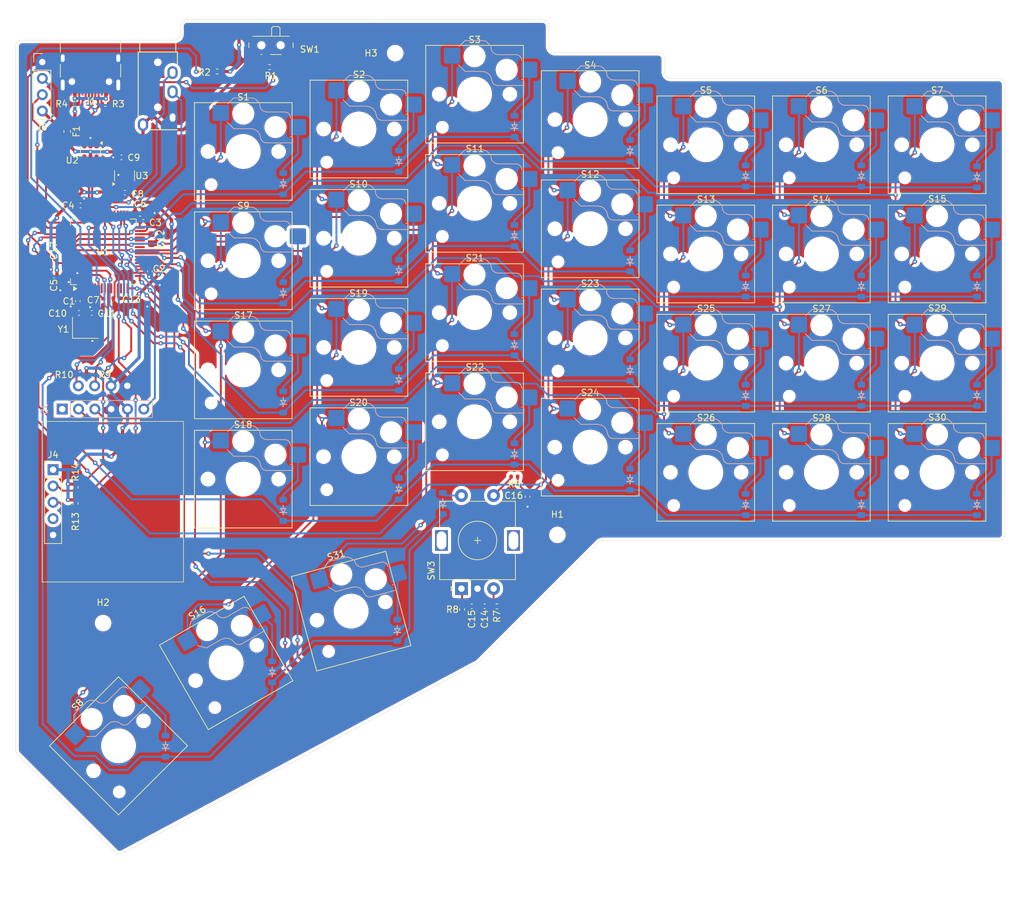
<source format=kicad_pcb>
(kicad_pcb (version 20240108) (generator "pcbnew") (generator_version "8.0")
  (layers (0 "F.Cu" signal) (31 "B.Cu" power) (34 "B.Paste" user) (35 "F.Paste" user) (36 "B.SilkS" user "B.Silkscreen") (37 "F.SilkS" user "F.Silkscreen") (38 "B.Mask" user) (39 "F.Mask" user) (44 "Edge.Cuts" user))
  (net 0 "")
  (net 1 "GND")
  (net 2 "+3.3V")
  (net 3 "LNRST")
  (net 4 "+5V")
  (net 5 "LOSC_IN")
  (net 6 "LOSC_OUT")
  (net 7 "/LMCU_VCAP1")
  (net 9 "Net-(D1-A)")
  (net 10 "Net-(D2-A)")
  (net 11 "Net-(D3-A)")
  (net 12 "Net-(D4-A)")
  (net 13 "Net-(D5-A)")
  (net 14 "Net-(D6-A)")
  (net 15 "Net-(D7-A)")
  (net 16 "LBOOT0")
  (net 17 "LRow 0")
  (net 18 "Net-(D9-A)")
  (net 19 "Net-(D10-A)")
  (net 20 "Net-(D11-A)")
  (net 21 "Net-(D12-A)")
  (net 22 "Net-(D13-A)")
  (net 23 "Net-(D14-A)")
  (net 24 "Net-(D15-A)")
  (net 25 "Net-(D16-A)")
  (net 26 "Net-(D17-A)")
  (net 27 "LRow 1")
  (net 28 "Net-(D18-A)")
  (net 29 "LRow 2")
  (net 30 "Net-(D19-A)")
  (net 31 "Net-(D20-A)")
  (net 32 "Net-(D21-A)")
  (net 33 "Net-(D22-A)")
  (net 34 "Net-(D23-A)")
  (net 35 "Net-(D24-A)")
  (net 36 "Net-(D25-A)")
  (net 37 "Net-(D26-A)")
  (net 38 "Net-(D27-A)")
  (net 39 "Net-(D28-A)")
  (net 40 "Net-(D29-A)")
  (net 41 "Net-(D30-A)")
  (net 42 "Net-(D31-A)")
  (net 43 "Net-(D33-A)")
  (net 44 "VBUS")
  (net 45 "Net-(J1-CC2)")
  (net 46 "LRow 3")
  (net 47 "Net-(J1-CC1)")
  (net 48 "LD+")
  (net 49 "LD-")
  (net 50 "LOLED_SCL")
  (net 52 "LOLED_SDA")
  (net 53 "LUART2_RX")
  (net 54 "LUART2_TX")
  (net 55 "LBT_EN")
  (net 56 "LSWCLK")
  (net 57 "LSWDIO")
  (net 58 "/SW_BOOT0")
  (net 59 "Net-(R6-Pad2)")
  (net 60 "LColumn 0")
  (net 61 "LColumn 1")
  (net 62 "LColumn 2")
  (net 63 "LColumn 3")
  (net 64 "LColumn 4")
  (net 65 "LColumn 5")
  (net 66 "LColumn 6")
  (net 67 "LUART1_TX")
  (net 68 "LsD+")
  (net 69 "LUART1_RX")
  (net 77 "LsD-")
  (net 78 "Net-(R2-Pad2)")
  (net 79 "LTRACK_SCL")
  (net 80 "LTRACK_SDA")
  (net 81 "LENCODER_B")
  (net 82 "LENCODER_A")
  (net 87 "Net-(D8-A)")
  (net 88 "LRow 4")
  (net 96 "Net-(C14-Pad2)")
  (net 97 "Net-(C15-Pad1)")
  (footprint "Package_TO_SOT_SMD:SOT-23-3" (layer "F.Cu") (at 41.9375 52.1825 90)
    (property "Reference" "U3")
    (property "Value" "XC6206")
  )
  (footprint "Resistor_SMD:R_0402_1005Metric" (layer "F.Cu") (at 34.9625 83.1125 180)
    (property "Reference" "R10")
    (property "Value" "4.7k")
  )
  (footprint "Package_QFP:LQFP-64_10x10mm_P0.5mm" (layer "F.Cu") (at 38.6375 64.0375 90)
    (property "Reference" "U1")
    (property "Value" "STM32F401RET6")
  )
  (footprint "ScottoKeebs_Components:Button_TL3342" (layer "F.Cu") (at 55.2625 32.33 180)
    (property "Reference" "SW2" (hide yes))
    (property "Value" "SW_Push")
  )
  (footprint "Capacitor_SMD:C_0402_1005Metric" (layer "F.Cu") (at 36.8375 73.5375)
    (property "Reference" "C11")
    (property "Value" "8p")
  )
  (footprint "Rotary_Encoder:RotaryEncoder_Alps_EC11E-Switch_Vertical_H20mm" (layer "F.Cu") (at 94.3875 116.4625 90)
    (property "Reference" "SW3")
    (property "Value" "RotaryEncoder_Switch")
  )
  (footprint "Connector_PinHeader_2.54mm:PinHeader_1x05_P2.54mm_Vertical" (layer "F.Cu") (at 30.8125 97.9475)
    (property "Reference" "J4")
    (property "Value" "Trackball")
  )
  (footprint "Capacitor_SMD:C_0402_1005Metric" (layer "F.Cu") (at 30.9375 67.7375)
    (property "Reference" "C5")
    (property "Value" "100n")
  )
  (footprint "ScottoKeebs_Hotswap:Hotswap_Choc_V1V2_1.00u" (layer "F.Cu") (at 132.425 47.3625)
    (property "Reference" "S5")
    (property "Value" "Keyswitch")
  )
  (footprint "ScottoKeebs_Hotswap:Hotswap_Choc_V1V2_1.00u" (layer "F.Cu") (at 150.425 81.3625)
    (property "Reference" "S27")
    (property "Value" "Keyswitch")
  )
  (footprint "Capacitor_SMD:C_0402_1005Metric" (layer "F.Cu") (at 97.9875 119.2125)
    (property "Reference" "C14")
    (property "Value" "100n")
  )
  (footprint "ScottoKeebs_Hotswap:Hotswap_Choc_V1V2_1.00u" (layer "F.Cu") (at 96.425 39.4875)
    (property "Reference" "S3")
    (property "Value" "Keyswitch")
  )
  (footprint "ScottoKeebs_Hotswap:Hotswap_Choc_V1V2_1.00u" (layer "F.Cu") (at 78.425 78.9125)
    (property "Reference" "S19")
    (property "Value" "Keyswitch")
  )
  (footprint "Resistor_SMD:R_0402_1005Metric" (layer "F.Cu") (at 99.9075 119.2125)
    (property "Reference" "R7")
    (property "Value" "10k")
  )
  (footprint "ScottoKeebs_Hotswap:Hotswap_Choc_V1V2_1.00u" (layer "F.Cu") (at 150.425 98.3625)
    (property "Reference" "S28")
    (property "Value" "Keyswitch")
  )
  (footprint "MountingHole:MountingHole_2.2mm_M2" (layer "F.Cu") (at 84.075 33.1 180)
    (property "Reference" "H3")
    (property "Value" "MountingHole")
  )
  (footprint "ScottoKeebs_Hotswap:Hotswap_Choc_V1V2_1.00u" (layer "F.Cu") (at 168.425 47.3625)
    (property "Reference" "S7")
    (property "Value" "Keyswitch")
  )
  (footprint "Button_Switch_SMD:SW_SPDT_PCM12" (layer "F.Cu") (at 64.7375 32.2 180)
    (property "Reference" "SW1")
    (property "Value" "SW_SPDT")
  )
  (footprint "ScottoKeebs_Hotswap:Hotswap_Choc_V1V2_1.00u" (layer "F.Cu") (at 168.425 98.3625)
    (property "Reference" "S30")
    (property "Value" "Keyswitch")
  )
  (footprint "MountingHole:MountingHole_2.2mm_M2" (layer "F.Cu") (at 38.6 121.825)
    (property "Reference" "H2")
    (property "Value" "MountingHole")
  )
  (footprint "Resistor_SMD:R_0402_1005Metric" (layer "F.Cu") (at 102.625 99.025 180)
    (property "Reference" "R6")
    (property "Value" "10k")
  )
  (footprint "MountingHole:MountingHole_2.2mm_M2" (layer "F.Cu") (at 109.325 108.1)
    (property "Reference" "H1")
    (property "Value" "MountingHole")
  )
  (footprint "ScottoKeebs_Hotswap:Hotswap_Choc_V1V2_1.00u" (layer "F.Cu") (at 150.425 64.3625)
    (property "Reference" "S14")
    (property "Value" "Keyswitch")
  )
  (footprint "Capacitor_SMD:C_0402_1005Metric" (layer "F.Cu") (at 41.4575 49.3325)
    (property "Reference" "C9")
    (property "Value" "1u")
  )
  (footprint "ScottoKeebs_Hotswap:Hotswap_Choc_V1V2_1.00u" (layer "F.Cu") (at 150.425 47.3625)
    (property "Reference" "S6")
    (property "Value" "Keyswitch")
  )
  (footprint "Resistor_SMD:R_0402_1005Metric" (layer "F.Cu") (at 64.5125 35.275)
    (property "Reference" "R1")
    (property "Value" "10k")
  )
  (footprint "ScottoKeebs_Components:OLED_128x32" (layer "F.Cu") (at 32.5675 86.4875 90)
    (property "Reference" "J2" (hide yes))
    (property "Value" "OLED_128x32")
  )
  (footprint "ScottoKeebs_Hotswap:Hotswap_Choc_V1V2_1.00u" (layer "F.Cu") (at 168.425 64.3625)
    (property "Reference" "S15")
    (property "Value" "Keyswitch")
  )
  (footprint "ScottoKeebs_Hotswap:Hotswap_Choc_V1V2_1.00u" (layer "F.Cu") (at 168.425 81.3625)
    (property "Reference" "S29")
    (property "Value" "Keyswitch")
  )
  (footprint "ScottoKeebs_Hotswap:Hotswap_Choc_V1V2_1.00u" (layer "F.Cu") (at 96.425 90.4875)
    (property "Reference" "S22")
    (property "Value" "Keyswitch")
  )
  (footprint "ScottoKeebs_Hotswap:Hotswap_Choc_V1V2_1.00u" (layer "F.Cu") (at 132.425 98.3625)
    (property "Reference" "S26")
    (property "Value" "Keyswitch")
  )
  (footprint "ScottoKeebs_Hotswap:Hotswap_Choc_V1V2_1.00u" (layer "F.Cu") (at 114.425 77.4375)
    (property "Reference" "S23")
    (property "Value" "Keyswitch")
  )
  (footprint "Resistor_SMD:R_0402_1005Metric" (layer "F.Cu") (at 94.4875 119.7125 90)
    (property "Reference" "R8")
    (property "Value" "10k")
  )
  (footprint "Capacitor_SMD:C_0402_1005Metric" (layer "F.Cu") (at 34.6625 71.7125 90)
    (property "Reference" "C1")
    (property "Value" "100n")
  )
  (footprint "ScottoKeebs_Hotswap:Hotswap_Choc_V1V2_1.00u" (layer "F.Cu") (at 60.425 48.4125)
    (property "Reference" "S1")
    (property "Value" "Keyswitch")
  )
  (footprint "ScottoKeebs_Hotswap:Hotswap_Choc_V1V2_1.00u" (layer "F.Cu") (at 132.425 64.3625)
    (property "Reference" "S13")
    (property "Value" "Keyswitch")
  )
  (footprint "ScottoKeebs_Hotswap:Hotswap_Choc_V1V2_1.00u" (layer "F.Cu") (at 60.425 65.4125)
    (property "Reference" "S9")
    (property "Value" "Keyswitch")
  )
  (footprint "Resistor_SMD:R_0402_1005Metric" (layer "F.Cu") (at 34.3125 103.1975 90)
    (property "Reference" "R13")
    (property "Value" "4.7k")
  )
  (footprint "ScottoKeebs_Hotswap:Hotswap_Choc_V1V2_1.00u" (layer "F.Cu") (at 114.425 43.4375)
    (property "Reference" "S4")
    (property "Value" "Keyswitch")
  )
  (footprint "Package_TO_SOT_SMD:SOT-23-6" (layer "F.Cu") (at 36.6375 48.395 -90)
    (property "Reference" "U2")
    (property "Value" "USBLC6-2SC6")
  )
  (footprint "Resistor_SMD:R_0402_1005Metric" (layer "F.Cu") (at 56.3625 35.955)
    (property "Reference" "R2")
    (property "Value" "100R")
  )
  (footprint "ScottoKeebs_Hotswap:Hotswap_Choc_V1V2_1.00u" (layer "F.Cu") (at 78.425 61.9125)
    (property "Reference" "S10")
    (property "Value" "Keyswitch")
  )
  (footprint "Resistor_SMD:R_0402_1005Metric" (layer "F.Cu") (at 34.1375 41.0125)
    (property "Reference" "R4")
    (property "Value" "5.1k")
  )
  (footprint "Capacitor_SMD:C_0402_1005Metric" (layer "F.Cu") (at 30.9375 65.8625 180)
    (property "Reference" "C17")
    (property "Value" "100n")
  )
  (footprint "Fuse:Fuse_0603_1608Metric" (layer "F.Cu") (at 33.0125 45.2875 -90)
    (property "Reference" "F1")
    (property "Value" "500mA")
  )
  (footprint "ScottoKeebs_Hotswap:Hotswap_Choc_V1V2_1.00u" (layer "F.Cu") (at 96.425 56.4875)
    (property "Reference" "S11")
    (property "Value" "Keyswitch")
  )
  (footprint "ScottoKeebs_Components:TRRS_PJ-320A" (layer "F.Cu") (at 47.1125 32.925)
    (property "Reference" "U4")
    (property "Value" "TRRS")
  )
  (footprint "Capacitor_SMD:C_0603_1608Metric" (layer "F.Cu") (at 44.3625 57.9625 180)
    (property "Reference" "C6")
    (property "Value" "10u")
  )
  (footprint "Capacitor_SMD:C_0402_1005Metric" (layer "F.Cu") (at 45.8875 67.0575 90)
    (property "Reference" "C2")
    (property "Value" "100n")
  )
  (footprint "ScottoKeebs_Hotswap:Hotswap_Choc_V1V2_1.00u" (layer "F.Cu") (at 60.425 82.4125)
    (property "Reference" "S17")
    (property "Value" "Keyswitch")
  )
  (footprint "Capacitor_SMD:C_0402_1005Metric" (layer "F.Cu") (at 41.9875 54.8325)
    (property "Reference" "C8")
    (property "Value" "1u")
  )
  (footprint "ScottoKeebs_Hotswap:Hotswap_Choc_V1V2_1.00u" (layer "F.Cu") (at 114.425 94.4375)
    (property "Reference" "S24")
    (property "Value" "Keyswitch")
  )
  (footprint "ScottoKeebs_Hotswap:Hotswap_Choc_V1V2_1.00u" (layer "F.Cu") (at 77.2125 119.9625 15)
    (property "Reference" "S31")
    (property "Value" "Keyswitch")
  )
  (footprint "Resistor_SMD:R_0402_1005Metric" (layer "F.Cu") (at 34.3125 100.7075 -90)
    (property "Reference" "R14")
    (property "Value" "4.7k")
  )
  (footprint "Capacitor_SMD:C_0402_1005Metric" (layer "F.Cu") (at 104.675 102.15 -90)
    (property "Reference" "C16")
    (property "Value" "100n")
  )
  (footprint "Capacitor_SMD:C_0402_1005Metric" (layer "F.Cu") (at 44.8625 59.3625 180)
    (property "Reference" "C3")
    (property "Value" "100n")
  )
  (footprint "Capacitor_SMD:C_0402_1005Metric" (layer "F.Cu") (at 34.8375 73.5375)
    (property "Reference" "C10")
    (property "Value" "8p")
  )
  (footprint "Capacitor_SMD:C_0402_1005Metric" (layer "F.Cu") (at 40.6575 71.2625)
    (property "Reference" "C13")
    (property "Value" "100n")
  )
  (footprint "Resistor_SMD:R_0402_1005Metric" (layer "F.Cu") (at 38.9625 41.0125 180)
    (property "Reference" "R3")
    (property "Value" "5.1k")
  )
  (footprint "ScottoKeebs_Hotswap:Hotswap_Choc_V1V2_1.00u" (layer "F.Cu") (at 78.425 44.9125)
    (property "Reference" "S2")
    (property "Value" "Keyswitch")
  )
  (footprint "ScottoKeebs_Hotswap:Hotswap_Choc_V1V2_1.00u" (layer "F.Cu") (at 78.425 95.9125)
    (property "Reference" "S20")
    (property "Value" "Keyswitch")
  )
  (footprint "ScottoKeebs_Hotswap:Hotswap_Choc_V1V2_1.00u" (layer "F.Cu") (at 41.000832 140.93504 45)
    (property "Reference" "S8")
    (property "Value" "Keyswitch")
  )
  (footprint "Capacitor_SMD:C_0402_1005Metric" (layer "F.Cu") (at 95.9875 119.2125)
    (property "Reference" "C15")
    (property "Value" "100n")
  )
  (footprint "Connector_USB:USB_C_Receptacle_HRO_TYPE-C-31-M-12" (layer "F.Cu") (at 36.6375 34.9275 180)
    (property "Reference" "J1")
    (property "Value" "USB_C")
  )
  (footprint "Capacitor_SMD:C_0603_1608Metric" (layer "F.Cu") (at 46.1375 62.0625 -90)
    (property "Reference" "C12")
    (property "Value" "4.7uF")
  )
  (footprint "ScottoKeebs_Hotswap:Hotswap_Choc_V1V2_1.00u" (layer "F.Cu") (at 132.425 81.3625)
    (property "Reference" "S25")
    (property "Value" "Keyswitch")
  )
  (footprint "ScottoKeebs_Hotswap:Hotswap_Choc_V1V2_1.00u" (layer "F.Cu") (at 114.425 60.4375)
    (property "Reference" "S12")
    (property "Value" "Keyswitch")
  )
  (footprint "Capacitor_SMD:C_0402_1005Metric" (layer "F.Cu") (at 38.6125 71.8125 90)
    (property "Reference" "C7")
    (property "Value" "100n")
  )
  (footprint "Capacitor_SMD:C_0402_1005Metric" (layer "F.Cu") (at 35.0875 56.8125 180)
    (property "Reference" "C4")
    (property "Value" "100n")
  )
  (footprint "Resistor_SMD:R_0402_1005Metric" (layer "F.Cu") (at 36.9375 83.1125 180)
    (property "Reference" "R9")
    (property "Value" "4.7k")
  )
  (footprint "ScottoKeebs_Hotswap:Hotswap_Choc_V1V2_1.00u" (layer "F.Cu") (at 96.425 73.4875)
    (property "Reference" "S21")
    (property "Value" "Keyswitch")
  )
  (footprint "Connector_PinHeader_2.54mm:PinHeader_1x04_P2.54mm_Vertical" (layer "F.Cu") (at 29.1375 34.4875)
    (property "Reference" "J6")
    (property "Value" "DEBUG")
  )
  (footprint "ScottoKeebs_Hotswap:Hotswap_Choc_V1V2_1.00u" (layer "F.Cu") (at 57.75534 128.029435 30)
    (property "Reference" "S16")
    (property "Value" "Keyswitch")
  )
  (footprint "Crystal:Crystal_SMD_3225-4Pin_3.2x2.5mm" (layer "F.Cu") (at 35.8375 75.8375)
    (property "Reference" "Y1")
    (property "Value" "8MHz")
  )
  (footprint "ScottoKeebs_Hotswap:Hotswap_Choc_V1V2_1.00u" (layer "F.Cu") (at 60.425 99.4125)
    (property "Reference" "S18")
    (property "Value" "Keyswitch")
  )
  (footprint "ScottoKeebs_Components:Diode_SOD-123" (layer "B.Cu") (at 84.6375 83.9125 90)
    (property "Reference" "D19" (hide yes))
    (property "Value" "Diode")
  )
  (footprint "ScottoKeebs_Components:Diode_SOD-123" (layer "B.Cu") (at 66.6375 70.4125 90)
    (property "Reference" "D9" (hide yes))
    (property "Value" "Diode")
  )
  (footprint "Connector_PinSocket_2.54mm:PinSocket_1x06_P2.54mm_Vertical" (layer "B.Cu") (at 32.2375 88.5125 -90)
    (property "Reference" "J5")
    (property "Value" "HC-05 BT")
  )
  (footprint "ScottoKeebs_Components:Diode_SOD-123" (layer "B.Cu") (at 174.6375 69.3625 90)
    (property "Reference" "D15" (hide yes))
    (property "Value" "Diode")
  )
  (footprint "ScottoKeebs_Components:Diode_SOD-123" (layer "B.Cu") (at 48.32436 140.9875 90)
    (property "Reference" "D8" (hide yes))
    (property "Value" "Diode")
  )
  (footprint "ScottoKeebs_Components:Diode_SOD-123" (layer "B.Cu") (at 66.6375 87.4125 90)
    (property "Reference" "D17" (hide yes))
    (property "Value" "Diode")
  )
  (footprint "ScottoKeebs_Components:Diode_SOD-123" (layer "B.Cu") (at 66.6375 104.2625 90)
    (property "Reference" "D18" (hide yes))
    (property "Value" "Diode")
  )
  (footprint "ScottoKeebs_Components:Diode_SOD-123" (layer "B.Cu") (at 156.6375 69.3625 90)
    (property "Reference" "D14" (hide yes))
    (property "Value" "Diode")
  )
  (footprint "ScottoKeebs_Components:Diode_SOD-123" (layer "B.Cu") (at 120.6375 65.4375 90)
    (property "Reference" "D12" (hide yes))
    (property "Value" "Diode")
  )
  (footprint "ScottoKeebs_Components:Diode_SOD-123" (layer "B.Cu") (at 120.6375 99.4375 90)
    (property "Reference" "D24" (hide yes))
    (property "Value" "Diode")
  )
  (footprint "ScottoKeebs_Components:Diode_SOD-123" (layer "B.Cu") (at 138.6375 103.3625 90)
    (property "Reference" "D26" (hide yes))
    (property "Value" "Diode")
  )
  (footprint "ScottoKeebs_Components:Diode_SOD-123" (layer "B.Cu") (at 138.6375 69.3625 90)
    (property "Reference" "D13" (hide yes))
    (property "Value" "Diode")
  )
  (footprint "ScottoKeebs_Components:Diode_SOD-123" (layer "B.Cu") (at 156.6375 52.2125 90)
    (property "Reference" "D6" (hide yes))
    (property "Value" "Diode")
  )
  (footprint "ScottoKeebs_Components:Diode_SOD-123" (layer "B.Cu") (at 102.6375 95.4875 90)
    (property "Reference" "D22" (hide yes))
    (property "Value" "Diode")
  )
  (footprint "ScottoKeebs_Components:Diode_SOD-123" (layer "B.Cu") (at 174.6375 103.3625 90)
    (property "Reference" "D30" (hide yes))
    (property "Value" "Diode")
  )
  (footprint "ScottoKeebs_Components:Diode_SOD-123" (layer "B.Cu") (at 84.6375 49.9125 90)
    (property "Reference" "D2" (hide yes))
    (property "Value" "Diode")
  )
  (footprint "ScottoKeebs_Components:Diode_SOD-123" (layer "B.Cu") (at 64.922328 129.413538 90)
    (property "Reference" "D16" (hide yes))
    (property "Value" "Diode")
  )
  (footprint "ScottoKeebs_Components:Diode_SOD-123" (layer "B.Cu") (at 174.6375 52.3625 90)
    (property "Reference" "D7" (hide yes))
    (property "Value" "Diode")
  )
  (footprint "ScottoKeebs_Components:Diode_SOD-123" (layer "B.Cu") (at 174.6375 86.3625 90)
    (property "Reference" "D29" (hide yes))
    (property "Value" "Diode")
  )
  (footprint "ScottoKeebs_Components:Diode_SOD-123" (layer "B.Cu") (at 138.6375 86.3625 90)
    (property "Reference" "D25" (hide yes))
    (property "Value" "Diode")
  )
  (footprint "ScottoKeebs_Components:Diode_SOD-123" (layer "B.Cu") (at 91.4875 103.2125 90)
    (property "Reference" "D33" (hide yes))
    (property "Value" "Diode")
  )
  (footprint "ScottoKeebs_Components:Diode_SOD-123" (layer "B.Cu") (at 102.6375 61.4875 90)
    (property "Reference" "D11" (hide yes))
    (property "Value" "Diode")
  )
  (footprint "ScottoKeebs_Components:Diode_SOD-123" (layer "B.Cu") (at 156.6375 86.3625 90)
    (property "Reference" "D27" (hide yes))
    (property "Value" "Diode")
  )
  (footprint "ScottoKeebs_Components:Diode_SOD-123" (layer "B.Cu") (at 138.6375 52.2125 90)
    (property "Reference" "D5" (hide yes))
    (property "Value" "Diode")
  )
  (footprint "ScottoKeebs_Components:Diode_SOD-123" (layer "B.Cu") (at 102.6375 44.4875 90)
    (property "Reference" "D3" (hide yes))
    (property "Value" "Diode")
  )
  (footprint "ScottoKeebs_Components:Diode_SOD-123" (layer "B.Cu") (at 84.6375 100.9125 90)
    (property "Reference" "D20" (hide yes))
    (property "Value" "Diode")
  )
  (footprint "ScottoKeebs_Components:Diode_SOD-123" (layer "B.Cu") (at 120.6375 82.4375 90)
    (property "Reference" "D23" (hide yes))
    (property "Value" "Diode")
  )
  (footprint "ScottoKeebs_Components:Diode_SOD-123" (layer "B.Cu") (at 84.397328 122.938538 90)
    (property "Reference" "D31" (hide yes))
    (property "Value" "Diode")
  )
  (footprint "ScottoKeebs_Components:Diode_SOD-123" (layer "B.Cu") (at 102.6375 78.4875 90)
    (property "Reference" "D21" (hide yes))
    (property "Value" "Diode")
  )
  (footprint "ScottoKeebs_Components:Diode_SOD-123" (layer "B.Cu") (at 66.6375 53.4125 90)
    (property "Reference" "D1" (hide yes))
    (property "Value" "Diode")
  )
  (footprint "ScottoKeebs_Components:Diode_SOD-123" (layer "B.Cu") (at 156.6375 103.3625 90)
    (property "Reference" "D28" (hide yes))
    (property "Value" "Diode")
  )
  (footprint "ScottoKeebs_Components:Diode_SOD-123" (layer "B.Cu") (at 84.6375 66.9125 90)
    (property "Reference" "D10" (hide yes))
    (property "Value" "Diode")
  )
  (footprint "ScottoKeebs_Components:Diode_SOD-123" (layer "B.Cu") (at 120.6375 48.2875 90)
    (property "Reference" "D4" (hide yes))
    (property "Value" "Diode")
  )
  (gr_rect (start 29.1125 90.4275) (end 51.1125 115.4275) (stroke (width 0.1)) (fill none) (layer "F.SilkS"))
  (gr_arc (start 50.675 28.9) (mid 50.967893 28.192893) (end 51.675 27.9) (stroke (width 0.05)) (layer "Edge.Cuts"))
  (gr_line (start 50.675 28.9) (end 50.675 30.075) (stroke (width 0.05)) (layer "Edge.Cuts"))
  (gr_line (start 126 34) (end 126 36) (stroke (width 0.05)) (layer "Edge.Cuts"))
  (gr_arc (start 50.675 30.075) (mid 50.382107 30.782107) (end 49.675 31.075) (stroke (width 0.05)) (layer "Edge.Cuts"))
  (gr_arc (start 125 33) (mid 125.707107 33.292893) (end 126 34) (stroke (width 0.05)) (layer "Edge.Cuts"))
  (gr_line (start 81.725 27.9) (end 51.675 27.9) (stroke (width 0.05)) (layer "Edge.Cuts"))
  (gr_line (start 49.675 31.075) (end 26 31.075) (stroke (width 0.05)) (layer "Edge.Cuts"))
  (gr_arc (start 107 27.9) (mid 107.707107 28.192893) (end 108 28.9) (stroke (width 0.05)) (layer "Edge.Cuts"))
  (gr_line (start 40.475061 157.475061) (end 25.292893 142.292893) (stroke (width 0.05)) (layer "Edge.Cuts"))
  (gr_arc (start 127 37) (mid 126.292893 36.707107) (end 126 36) (stroke (width 0.05)) (layer "Edge.Cuts"))
  (gr_line (start 25 141.585786) (end 25 32.075) (stroke (width 0.05)) (layer "Edge.Cuts"))
  (gr_arc (start 25 32.075) (mid 25.292893 31.367893) (end 26 31.075) (stroke (width 0.05)) (layer "Edge.Cuts"))
  (gr_line (start 179 38) (end 179 108) (stroke (width 0.05)) (layer "Edge.Cuts"))
  (gr_line (start 109 33) (end 125 33) (stroke (width 0.05)) (layer "Edge.Cuts"))
  (gr_line (start 115.707107 109.292893) (end 97.104551 127.895449) (stroke (width 0.05)) (layer "Edge.Cuts"))
  (gr_line (start 178 109) (end 116.414214 109) (stroke (width 0.05)) (layer "Edge.Cuts"))
  (gr_line (start 96.869666 128.069822) (end 41.65439 157.649434) (stroke (width 0.05)) (layer "Edge.Cuts"))
  (gr_line (start 127 37) (end 178 37) (stroke (width 0.05)) (layer "Edge.Cuts"))
  (gr_line (start 108 28.9) (end 108 32) (stroke (width 0.05)) (layer "Edge.Cuts"))
  (gr_arc (start 109 33) (mid 108.292893 32.707107) (end 108 32) (stroke (width 0.05)) (layer "Edge.Cuts"))
  (gr_arc (start 41.65439 157.649434) (mid 41.03591 157.757186) (end 40.475061 157.475061) (stroke (width 0.05)) (layer "Edge.Cuts"))
  (gr_arc (start 97.104551 127.895449) (mid 96.993519 127.991271) (end 96.869666 128.069822) (stroke (width 0.05)) (layer "Edge.Cuts"))
  (gr_arc (start 178 37) (mid 178.707107 37.292893) (end 179 38) (stroke (width 0.05)) (layer "Edge.Cuts"))
  (gr_arc (start 25.292893 142.292893) (mid 25.07612 141.96847) (end 25 141.585786) (stroke (width 0.05)) (layer "Edge.Cuts"))
  (gr_line (start 81.725 27.9) (end 107 27.9) (stroke (width 0.05)) (layer "Edge.Cuts"))
  (gr_arc (start 179 108) (mid 178.707107 108.707107) (end 178 109) (stroke (width 0.05)) (layer "Edge.Cuts"))
  (gr_arc (start 115.707107 109.292893) (mid 116.03153 109.07612) (end 116.414214 109) (stroke (width 0.05)) (layer "Edge.Cuts"))
  (segment (start 45.4375 60.54062) (end 45.4375 59.4575) (width 0.3) (layer "F.Cu") (net 1))
  (segment (start 39.8575 88.5125) (end 39.8575 87.3975) (width 0.5) (layer "F.Cu") (net 1))
  (segment (start 40.9875 53.32) (end 40.9875 54.3125) (width 0.5) (layer "F.Cu") (net 1))
  (segment (start 40.9875 53.32) (end 40.9875 52.06251) (width 0.5) (layer "F.Cu") (net 1))
  (segment (start 35.3875 58.3625) (end 35.3875 56.9925) (width 0.3) (layer "F.Cu") (net 1))
  (segment (start 35.3875 56.9925) (end 35.5675 56.8125) (width 0.3) (layer "F.Cu") (net 1))
  (segment (start 40.3875 68.7875) (end 40.3875 69.7125) (width 0.3) (layer "F.Cu") (net 1))
  (segment (start 45.1375 57.9625) (end 45.1375 59.1575) (width 0.5) (layer "F.Cu") (net 1))
  (segment (start 34.3575 72.4975) (end 34.3575 73.5375) (width 0.5) (layer "F.Cu") (net 1))
  (segment (start 39.8375 39.1925) (end 40.3825 39.1925) (width 0.5) (layer "F.Cu") (net 1))
  (segment (start 34.3575 74.6075) (end 34.7375 74.9875) (width 0.5) (layer "F.Cu") (net 1))
  (segment (start 41.155001 72.55) (end 45.475 72.55) (width 0.3) (layer "F.Cu") (net 1))
  (segment (start 40.3875 71.0525) (end 40.1775 71.2625) (width 0.3) (layer "F.Cu") (net 1))
  (segment (start 30.4575 65.8625) (end 30.4575 66.7825) (width 0.5) (layer "F.Cu") (net 1))
  (segment (start 34.605122 67.66442) (end 34.605122 67.342925) (width 0.5) (layer "F.Cu") (net 1))
  (segment (start 34.3575 73.5375) (end 34.3575 74.6075) (width 0.5) (layer "F.Cu") (net 1))
  (segment (start 40.9875 54.3125) (end 41.5075 54.8325) (width 0.5) (layer "F.Cu") (net 1))
  (segment (start 30.4575 66.7825) (end 30.4625 66.7875) (width 0.5) (layer "F.Cu") (net 1))
  (segment (start 45.6375 67.2875) (end 45.8875 67.5375) (width 0.3) (layer "F.Cu") (net 1))
  (segment (start 45.8875 67.789974) (end 45.771212 67.906262) (width 0.3) (layer "F.Cu") (net 1))
  (segment (start 45.1375 59.1575) (end 45.3425 59.3625) (width 0.5) (layer "F.Cu") (net 1))
  (segment (start 30.4575 68.5575) (end 31.9375 70.0375) (width 0.5) (layer "F.Cu") (net 1))
  (segment (start 40.9775 49.3325) (end 40.187502 49.3325) (width 0.5) (layer "F.Cu") (net 1))
  (segment (start 40.1775 71.572499) (end 41.155001 72.55) (width 0.3) (layer "F.Cu") (net 1))
  (segment (start 33.137501 40.522501) (end 33.6275 41.0125) (width 0.5) (layer "F.Cu") (net 1))
  (segment (start 35.5675 56.8125) (end 35.5675 55.807504) (width 0.3) (layer "F.Cu") (net 1))
  (segment (start 38.6125 73.4875) (end 38.425 73.675) (width 0.5) (layer "F.Cu") (net 1))
  (segment (start 45.1375 57.9625) (end 46.5875 57.9625) (width 0.5) (layer "F.Cu") (net 1))
  (segment (start 30.4575 66.7925) (end 30.4625 66.7875) (width 0.5) (layer "F.Cu") (net 1))
  (segment (start 44.3125 67.2875) (end 45.6375 67.2875) (width 0.3) (layer "F.Cu") (net 1))
  (segment (start 96.4675 119.2125) (end 96.8725 119.2125) (width 0.5) (layer "F.Cu") (net 1))
  (segment (start 33.4375 39.1925) (end 32.8925 39.1925) (width 0.5) (layer "F.Cu") (net 1))
  (segment (start 31.9375 70.0375) (end 31.9375 70.9125) (width 0.5) (layer "F.Cu") (net 1))
  (segment (start 96.8875 119.1975) (end 96.8725 119.2125) (width 0.5) (layer "F.Cu") (net 1))
  (segment (start 41.8875 67.2875) (end 40.3875 68.7875) (width 0.3) (layer "F.Cu") (net 1))
  (segment (start 44.3125 67.2875) (end 41.8875 67.2875) (width 0.3) (layer "F.Cu") (net 1))
  (segment (start 46.1375 62.8375) (end 46.3375 62.8375) (width 0.5) (layer "F.Cu") (net 1))
  (segment (start 32.8925 39.1925) (end 32.3175 38.6175) (width 0.5) (layer "F.Cu") (net 1))
  (segment (start 96.8875 116.4625) (end 96.8875 119.1975) (width 0.5) (layer "F.Cu") (net 1))
  (segment (start 40.3825 39.1925) (end 40.9575 38.6175) (width 0.5) (layer "F.Cu") (net 1))
  (segment (start 39.8575 87.3975) (end 42.3675 84.8875) (width 0.5) (layer "F.Cu") (net 1))
  (segment (start 104.675 102.63) (end 104.675 103.7) (width 0.5) (layer "F.Cu") (net 1))
  (segment (start 35.5675 55.807504) (end 35.6375 55.737504) (width 0.3) (layer "F.Cu") (net 1))
  (segment (start 34.549697 67.2875) (end 34.605122 67.342925) (width 0.3) (layer "F.Cu") (net 1))
  (segment (start 33.137501 39.492499) (end 33.137501 40.522501) (width 0.5) (layer "F.Cu") (net 1))
  (segment (start 52.1125 34.23) (end 58.4125 34.23) (width 0.5) (layer "F.Cu") (net 1))
  (segment (start 30.4575 67.7375) (end 30.4575 66.7925) (width 0.5) (layer "F.Cu") (net 1))
  (segment (start 39.8375 39.1925) (end 39.8375 40.6475) (width 0.5) (layer "F.Cu") (net 1))
  (segment (start 33.4375 39.1925) (end 33.137501 39.492499) (width 0.5) (layer "F.Cu") (net 1))
  (segment (start 45.4375 59.4575) (end 45.3425 59.3625) (width 0.3) (layer "F.Cu") (net 1))
  (segment (start 31.9375 70.9125) (end 33.5625 72.5375) (width 0.5) (layer "F.Cu") (net 1))
  (segment (start 33.6025 72.4975) (end 33.5625 72.5375) (width 0.5) (layer "F.Cu") (net 1))
  (segment (start 40.1775 71.2625) (end 40.1775 71.572499) (width 0.3) (layer "F.Cu") (net 1))
  (segment (start 33.532042 68.7375) (end 34.605122 67.66442) (width 0.5) (layer "F.Cu") (net 1))
  (segment (start 34.6625 72.1925) (end 34.3575 72.4975) (width 0.5) (layer "F.Cu") (net 1))
  (segment (start 45.8875 67.5375) (end 45.8875 67.789974) (width 0.3) (layer "F.Cu") (net 1))
  (segment (start 44.3125 60.7875) (end 45.19062 60.7875) (width 0.3) (layer "F.Cu") (net 1))
  (segment (start 36.6375 47.2575) (end 36.6375 46.3125) (width 0.5) (layer "F.Cu") (net 1))
  (segment (start 30.4575 67.7375) (end 30.4575 68.5575) (width 0.5) (layer "F.Cu") (net 1))
  (segment (start 39.8375 40.6475) (end 39.4725 41.0125) (width 0.5) (layer "F.Cu") (net 1))
  (segment (start 38.6125 72.2925) (end 38.6125 73.4875) (width 0.5) (layer "F.Cu") (net 1))
  (segment (start 46.3375 62.8375) (end 48.075 61.1) (width 0.5) (layer "F.Cu") (net 1))
  (segment (start 36.9375 76.6875) (end 36.9375 77.9125) (width 0.5) (layer "F.Cu") (net 1))
  (segment (start 36.3575 72.8675) (end 36.5875 72.6375) (width 0.5) (layer "F.Cu") (net 1))
  (segment (start 36.3575 73.5375) (end 36.3575 72.8675) (width 0.5) (layer "F.Cu") (net 1))
  (segment (start 34.3575 72.4975) (end 33.6025 72.4975) (width 0.5) (layer "F.Cu") (net 1))
  (segment (start 40.3875 69.7125) (end 40.3875 71.0525) (width 0.3) (layer "F.Cu") (net 1))
  (segment (start 45.19062 60.7875) (end 45.4375 60.54062) (width 0.3) (layer "F.Cu") (net 1))
  (segment (start 33.2375 68.7375) (end 33.532042 68.7375) (width 0.5) (layer "F.Cu") (net 1))
  (segment (start 46.5875 57.9625) (end 46.6125 57.9875) (width 0.5) (layer "F.Cu") (net 1))
  (segment (start 96.8725 119.2125) (end 97.5075 119.2125) (width 0.5) (layer "F.Cu") (net 1))
  (segment (start 32.9625 67.2875) (end 34.549697 67.2875) (width 0.3) (layer "F.Cu") (net 1))
  (via (at 31.9375 70.0375) (size 0.7) (drill 0.3) (layers "F.Cu" "B.Cu") (net 1))
  (via (at 38.425 73.675) (size 0.7) (drill 0.3) (layers "F.Cu" "B.Cu") (net 1))
  (via (at 46.6125 57.9875) (size 0.7) (drill 0.3) (layers "F.Cu" "B.Cu") (net 1))
  (via (at 45.771212 67.906262) (size 0.7) (drill 0.3) (layers "F.Cu" "B.Cu") (net 1))
  (via (at 34.605122 67.342925) (size 0.7) (drill 0.3) (layers "F.Cu" "B.Cu") (net 1))
  (via (at 36.5875 72.6375) (size 0.7) (drill 0.3) (layers "F.Cu" "B.Cu") (net 1))
  (via (at 33.5625 72.5375) (size 0.7) (drill 0.3) (layers "F.Cu" "B.Cu") (net 1))
  (via (at 36.9375 77.9125) (size 0.7) (drill 0.3) (layers "F.Cu" "B.Cu") (net 1))
  (via (at 47.425 69.2) (size 0.7) (drill 0.3) (layers "F.Cu" "B.Cu") (net 1))
  (via (at 40.9875 52.06251) (size 0.7) (drill 0.3) (layers "F.Cu" "B.Cu") (net 1))
  (via (at 36.6375 46.3125) (size 0.7) (drill 0.3) (layers "F.Cu" "B.Cu") (net 1))
  (via (at 33.2375 68.7375) (size 0.7) (drill 0.3) (layers "F.Cu" "B.Cu") (net 1))
  (via (at 48.075 61.1) (size 0.7) (drill 0.3) (layers "F.Cu" "B.Cu") (net 1))
  (via (at 104.675 103.7) (size 0.7) (drill 0.3) (layers "F.Cu" "B.Cu") (net 1))
  (via (at 30.4625 66.7875) (size 0.7) (drill 0.3) (layers "F.Cu" "B.Cu") (net 1))
  (via (at 35.6375 55.737504) (size 0.7) (drill 0.3) (layers "F.Cu" "B.Cu") (net 1))
  (via (at 45.475 72.55) (size 0.7) (drill 0.3) (layers "F.Cu" "B.Cu") (net 1))
  (via (at 40.187502 49.3325) (size 0.7) (drill 0.3) (layers "F.Cu" "B.Cu") (net 1))
  (segment (start 45.771212 67.906262) (end 47.06495 69.2) (width 0.3) (layer "B.Cu") (net 1))
  (segment (start 31.9375 70.0375) (end 33.2375 68.7375) (width 0.5) (layer "B.Cu") (net 1))
  (segment (start 47.06495 69.2) (end 47.425 69.2) (width 0.3) (layer "B.Cu") (net 1))
  (segment (start 46.5375 56.3125) (end 49.2625 59.0375) (width 0.5) (layer "F.Cu") (net 2))
  (segment (start 43.9475 56.3125) (end 46.5375 56.3125) (width 0.5) (layer "F.Cu") (net 2))
  (segment (start 40.8875 71.0125) (end 41.1375 71.2625) (width 0.3) (layer "F.Cu") (net 2))
  (segment (start 44.3125 60.2875) (end 44.3125 59.4325) (width 0.3) (layer "F.Cu") (net 2))
  (segment (start 33.1375 100.1875) (end 34.3025 100.1875) (width 0.5) (layer "F.Cu") (net 2))
  (segment (start 40.8875 69.7125) (end 40.8875 71.0125) (width 0.3) (layer "F.Cu") (net 2))
  (segment (start 42.017499 55.5925) (end 40.7675 55.5925) (width 0.5) (layer "F.Cu") (net 2))
  (segment (start 43.521041 71.2625) (end 44.215051 70.56849) (width 0.5) (layer "F.Cu") (net 2))
  (segment (start 34.8875 69.7125) (end 34.8875 71.0075) (width 0.3) (layer "F.Cu") (net 2))
  (segment (start 34.8875 71.0075) (end 34.6625 71.2325) (width 0.3) (layer "F.Cu") (net 2))
  (segment (start 32.9625 67.7875) (end 31.4675 67.7875) (width 0.3) (layer "F.Cu") (net 2))
  (segment (start 49.2625 59.0375) (end 49.2625 59.7125) (width 0.5) (layer "F.Cu") (net 2))
  (segment (start 36.0125 83.1125) (end 36.0125 82.1375) (width 0.5) (layer "F.Cu") (net 2))
  (segment (start 44.240361 70.56849) (end 47.237504 67.571347) (width 0.5) (layer "F.Cu") (net 2))
  (segment (start 43.4625 55.8275) (end 43.9475 56.3125) (width 0.5) (layer "F.Cu") (net 2))
  (segment (start 43.9475 56.3125) (end 43.5875 56.6725) (width 0.5) (layer "F.Cu") (net 2))
  (segment (start 42.8875 53.32) (end 42.8875 54.4125) (width 0.5) (layer "F.Cu") (net 2))
  (segment (start 31.4125 58.3875) (end 31.4125 58.7625) (width 0.5) (layer "F.Cu") (net 2))
  (segment (start 42.8875 53.3125) (end 44.8125 51.3875) (width 0.5) (layer "F.Cu") (net 2))
  (segment (start 31.4175 66.8925) (end 31.4125 66.8875) (width 0.5) (layer "F.Cu") (net 2))
  (segment (start 40.7675 55.5925) (end 39.8875 54.7125) (width 0.5) (layer "F.Cu") (net 2))
  (segment (start 41.1375 71.2625) (end 43.521041 71.2625) (width 0.5) (layer "F.Cu") (net 2))
  (segment (start 34.3025 100.1875) (end 34.3125 100.1975) (width 0.5) (layer "F.Cu") (net 2))
  (segment (start 43.5875 56.6725) (end 43.5875 57.9625) (width 0.5) (layer "F.Cu") (net 2))
  (segment (start 34.4325 71.2325) (end 31.4175 68.2175) (width 0.5) (layer "F.Cu") (net 2))
  (segment (start 41.6375 94.1375) (end 39.8875 95.8875) (width 0.5) (layer "F.Cu") (net 2))
  (segment (start 39.8875 54.7125) (end 37.7125 54.7125) (width 0.5) (layer "F.Cu") (net 2))
  (segment (start 43.5875 57.9625) (end 43.5875 58.5675) (width 0.5) (layer "F.Cu") (net 2))
  (segment (start 44.3125 59.4325) (end 44.3825 59.3625) (width 0.3) (layer "F.Cu") (net 2))
  (segment (start 43.5875 58.5675) (end 44.3825 59.3625) (width 0.5) (layer "F.Cu") (net 2))
  (segment (start 34.8875 58.3625) (end 34.8875 57.0925) (width 0.3) (layer "F.Cu") (net 2))
  (segment (start 31.4175 68.2175) (end 31.4175 67.7375) (width 0.5) (layer "F.Cu") (net 2))
  (segment (start 46.7125 43.1625) (end 48.5625 45.0125) (width 0.5) (layer "F.Cu") (net 2))
  (segment (start 41.6375 91.4875) (end 41.6375 94.1375) (width 0.5) (layer "F.Cu") (net 2))
  (segment (start 35.6625 54.7625) (end 35.2875 54.7625) (width 0.5) (layer "F.Cu") (net 2))
  (segment (start 45.6775 66.7875) (end 45.8875 66.5775) (width 0.3) (layer "F.Cu") (net 2))
  (segment (start 51.105 45.0125) (end 62.4875 33.63) (width 0.5) (layer "F.Cu") (net 2))
  (segment (start 31.4175 67.7375) (end 31.4175 66.8925) (width 0.5) (layer "F.Cu") (net 2))
  (segment (start 34.8875 57.0925) (end 34.6075 56.8125) (width 0.3) (layer "F.Cu") (net 2))
  (segment (start 34.2625 102.6375) (end 34.3125 102.6875) (width 0.5) (layer "F.Cu") (net 2))
  (segment (start 36.0125 83.1125) (end 36.4275 83.1125) (width 0.5) (layer "F.Cu") (net 2))
  (segment (start 44.8125 51.3875) (end 44.8125 44.225) (width 0.5) (layer "F.Cu") (net 2))
  (segment (start 37.7125 54.7125) (end 37.6375 54.7875) (width 0.5) (layer "F.Cu") (net 2))
  (segment (start 42.8875 54.4125) (end 42.4675 54.8325) (width 0.5) (layer "F.Cu") (net 2))
  (segment (start 35.2875 54.7625) (end 34.6075 55.4425) (width 0.5) (layer "F.Cu") (net 2))
  (segment (start 30.9125 50.0125) (end 30.9125 43.8825) (width 0.5) (layer "F.Cu") (net 2))
  (segment (start 42.4675 54.8325) (end 42.4675 55.142499) (width 0.5) (layer "F.Cu") (net 2))
  (segment (start 48.5625 45.0125) (end 51.105 45.0125) (width 0.5) (layer "F.Cu") (net 2))
  (segment (start 46.243657 66.5775) (end 47.237504 67.571347) (width 0.5) (layer "F.Cu") (net 2))
  (segment (start 44.8125 44.225) (end 45.875 43.1625) (width 0.5) (layer "F.Cu") (net 2))
  (segment (start 31.4675 67.7875) (end 31.4175 67.7375) (width 0.3) (layer "F.Cu") (net 2))
  (segment (start 42.8875 53.32) (end 42.8875 53.3125) (width 0.5) (layer "F.Cu") (net 2))
  (segment (start 44.3125 66.7875) (end 45.6775 66.7875) (width 0.3) (layer "F.Cu") (net 2))
  (segment (start 34.6625 71.2325) (end 34.4325 71.2325) (width 0.5) (layer "F.Cu") (net 2))
  (segment (start 33.1375 102.6375) (end 34.2625 102.6375) (width 0.5) (layer "F.Cu") (net 2))
  (segment (start 45.875 43.1625) (end 46.7125 43.1625) (width 0.5) (layer "F.Cu") (net 2))
  (segment (start 35.4725 83.1125) (end 36.0125 83.1125) (width 0.5) (layer "F.Cu") (net 2))
  (segment (start 30.9125 43.8825) (end 29.1375 42.1075) (width 0.5) (layer "F.Cu") (net 2))
  (segment (start 35.6625 54.7625) (end 30.9125 50.0125) (width 0.5) (layer "F.Cu") (net 2))
  (segment (start 42.4675 54.8325) (end 43.4625 55.8275) (width 0.5) (layer "F.Cu") (net 2))
  (segment (start 44.215051 70.56849) (end 44.240361 70.56849) (width 0.5) (layer "F.Cu") (net 2))
  (segment (start 34.3575 55.4425) (end 31.4125 58.3875) (width 0.5) (layer "F.Cu") (net 2))
  (segment (start 34.6075 55.4425) (end 34.6075 56.8125) (width 0.5) (layer "F.Cu") (net 2))
  (segment (start 42.4675 55.142499) (end 42.017499 55.5925) (width 0.5) (layer "F.Cu") (net 2))
  (segment (start 34.6075 55.4425) (end 34.3575 55.4425) (width 0.5) (layer "F.Cu") (net 2))
  (segment (start 45.8875 66.5775) (end 46.243657 66.5775) (width 0.5) (layer "F.Cu") (net 2))
  (via (at 37.6375 54.7875) (size 0.7) (drill 0.3) (layers "F.Cu" "B.Cu") (net 2))
  (via (at 41.6375 91.4875) (size 0.7) (drill 0.3) (layers "F.Cu" "B.Cu") (net 2))
  (via (at 33.1375 100.1875) (size 0.7) (drill 0.3) (layers "F.Cu" "B.Cu") (net 2))
  (via (at 39.8875 95.8875) (size 0.7) (drill 0.3) (layers "F.Cu" "B.Cu") (net 2))
  (via (at 31.4125 66.8875) (size 0.7) (drill 0.3) (layers "F.Cu" "B.Cu") (net 2))
  (via (at 31.4125 58.7625) (size 0.7) (drill 0.3) (layers "F.Cu" "B.Cu") (net 2))
  (via (at 35.6625 54.7625) (size 0.7) (drill 0.3) (layers "F.Cu" "B.Cu") (net 2))
  (via (at 36.0125 82.1375) (size 0.7) (drill 0.3) (layers "F.Cu" "B.Cu") (net 2))
  (via (at 44.215051 70.56849) (size 0.7) (drill 0.3) (layers "F.Cu" "B.Cu") (net 2))
  (via (at 33.1375 102.6375) (size 0.7) (drill 0.3) (layers "F.Cu" "B.Cu") (net 2))
  (via (at 49.2625 59.7125) (size 0.7) (drill 0.3) (layers "F.Cu" "B.Cu") (net 2))
  (via (at 47.237504 67.571347) (size 0.7) (drill 0.3) (layers "F.Cu" "B.Cu") (net 2))
  (segment (start 44.215051 80.499949) (end 44.215051 70.56849) (width 0.5) (layer "B.Cu") (net 2))
  (segment (start 42.3975 90.7275) (end 41.6375 91.4875) (width 0.5) (layer "B.Cu") (net 2))
  (segment (start 49.2625 59.7125) (end 49.2625 65.546351) (width 0.5) (layer "B.Cu") (net 2))
  (segment (start 33.1375 97.9475) (end 33.1375 102.6375) (width 0.5) (layer "B.Cu") (net 2))
  (segment (start 39.8275 83.9275) (end 39.8275 84.8875) (width 0.5) (layer "B.Cu") (net 2))
  (segment (start 39.8875 95.8875) (end 39.5125 95.8875) (width 0.5) (layer "B.Cu") (net 2))
  (segment (start 37.6375 54.7875) (end 35.6875 54.7875) (width 0.5) (layer "B.Cu") (net 2))
  (segment (start 49.2625 65.546351) (end 47.237504 67.571347) (width 0.5) (layer "B.Cu") (net 2))
  (segment (start 39.5125 95.8875) (end 39.1625 95.5375) (width 0.5) (layer "B.Cu") (net 2))
  (segment (start 42.3975 88.5125) (end 42.3975 90.4025) (width 0.5) (layer "B.Cu") (net 2))
  (segment (start 38.0375 82.1375) (end 39.8275 83.9275) (width 0.5) (layer "B.Cu") (net 2))
  (segment (start 39.8275 84.8875) (end 44.215051 80.499949) (width 0.5) (layer "B.Cu") (net 2))
  (segment (start 35.6875 54.7875) (end 35.6625 54.7625) (width 0.5) (layer "B.Cu") (net 2))
  (segment (start 31.4125 66.8875) (end 31.3875 66.8625) (width 0.5) (layer "B.Cu") (net 2))
  (segment (start 39.8275 85.9425) (end 42.3975 88.5125) (width 0.5) (layer "B.Cu") (net 2))
  (segment (start 30.4875 59.6875) (end 31.4125 58.7625) (width 0.5) (layer "B.Cu") (net 2))
  (segment (start 36.0125 82.1375) (end 38.0375 82.1375) (width 0.5) (layer "B.Cu") (net 2))
  (segment (start 30.4875 63.6875) (end 30.4875 59.6875) (width 0.5) (layer "B.Cu") (net 2))
  (segment (start 42.3975 90.4025) (end 42.3975 90.7275) (width 0.5) (layer "B.Cu") (net 2))
  (segment (start 39.1625 95.5375) (end 36.0625 95.5375) (width 0.5) (layer "B.Cu") (net 2))
  (segment (start 39.8275 84.8875) (end 39.8275 85.9425) (width 0.5) (layer "B.Cu") (net 2))
  (segment (start 34.8525 97.9475) (end 33.1375 97.9475) (width 0.5) (layer "B.Cu") (net 2))
  (segment (start 31.4125 66.8875) (end 31.4125 64.6125) (width 0.5) (layer "B.Cu") (net 2))
  (segment (start 36.0625 95.5375) (end 34.8525 96.7475) (width 0.5) (layer "B.Cu") (net 2))
  (segment (start 33.1375 97.9475) (end 30.8125 97.9475) (width 0.5) (layer "B.Cu") (net 2))
  (segment (start 34.8525 96.7475) (end 34.8525 97.9475) (width 0.5) (layer "B.Cu") (net 2))
  (segment (start 31.4125 64.6125) (end 30.4875 63.6875) (width 0.5) (layer "B.Cu") (net 2))
  (segment (start 37.8875 70.6075) (end 38.6125 71.3325) (width 0.3) (layer "F.Cu") (net 3))
  (segment (start 55.82 35.9875) (end 55.8525 35.955) (width 0.3) (layer "F.Cu") (net 3))
  (segment (start 37.8875 68.5375) (end 37.7375 68.3875) (width 0.3) (layer "F.Cu") (net 3))
  (segment (start 53.0875 35.9875) (end 55.82 35.9875) (width 0.3) (layer "F.Cu") (net 3))
  (segment (start 37.8875 69.7125) (end 37.8875 70.6075) (width 0.3) (layer "F.Cu") (net 3))
  (segment (start 37.8875 69.7125) (end 37.8875 68.5375) (width 0.3) (layer "F.Cu") (net 3))
  (via (at 37.7375 68.3875) (size 0.7) (drill 0.3) (layers "F.Cu" "B.Cu") (net 3))
  (via (at 53.0875 35.9875) (size 0.7) (drill 0.3) (layers "F.Cu" "B.Cu") (net 3))
  (segment (start 35.0625 63.1625) (end 35.0625 60.1625) (width 0.3) (layer "B.Cu") (net 3))
  (segment (start 27.4125 33.8125) (end 28.8625 32.3625) (width 0.3) (layer "B.Cu") (net 3))
  (segment (start 35.0625 60.1625) (end 27.4125 52.5125) (width 0.3) (layer "B.Cu") (net 3))
  (segment (start 27.4125 52.5125) (end 27.4125 33.8125) (width 0.3) (layer "B.Cu") (net 3))
  (segment (start 51.9125 32.3625) (end 53.0875 33.5375) (width 0.3) (layer "B.Cu") (net 3))
  (segment (start 37.7375 68.3875) (end 37.5875 68.2375) (width 0.3) (layer "B.Cu") (net 3))
  (segment (start 53.0875 33.5375) (end 53.0875 35.9875) (width 0.3) (layer "B.Cu") (net 3))
  (segment (start 28.8625 32.3625) (end 51.9125 32.3625) (width 0.3) (layer "B.Cu") (net 3))
  (segment (start 37.5875 68.2375) (end 37.5875 65.6875) (width 0.3) (layer "B.Cu") (net 3))
  (segment (start 37.5875 65.6875) (end 35.0625 63.1625) (width 0.3) (layer "B.Cu") (net 3))
  (segment (start 33.0125 46.075) (end 33.0125 47.1375) (width 0.5) (layer "F.Cu") (net 4))
  (segment (start 41.9375 49.3325) (end 41.9375 51.045) (width 0.5) (layer "F.Cu") (net 4))
  (segment (start 41.377499 48.4625) (end 39.2375 48.4625) (width 0.5) (layer "F.Cu") (net 4))
  (segment (start 36.632349 49.527349) (end 36.6375 49.5325) (width 0.5) (layer "F.Cu") (net 4))
  (segment (start 41.9375 49.022501) (end 41.377499 48.4625) (width 0.5) (layer "F.Cu") (net 4))
  (segment (start 33.0125 47.1375) (end 34.2875 48.4125) (width 0.5) (layer "F.Cu") (net 4))
  (segment (start 41.9375 49.3325) (end 41.9375 49.022501) (width 0.5) (layer "F.Cu") (net 4))
  (segment (start 36.632349 48.47) (end 36.632349 49.527349) (width 0.5) (layer "F.Cu") (net 4))
  (via (at 36.632349 48.47) (size 0.7) (drill 0.3) (layers "F.Cu" "B.Cu") (net 4))
  (via (at 34.2875 48.4125) (size 0.7) (drill 0.3) (layers "F.Cu" "B.Cu") (net 4))
  (via (at 39.2375 48.4625) (size 0.7) (drill 0.3) (layers "F.Cu" "B.Cu") (net 4))
  (segment (start 36.574849 48.4125) (end 36.632349 48.47) (width 0.5) (layer "B.Cu") (net 4))
  (segment (start 34.2875 48.4125) (end 36.574849 48.4125) (width 0.5) (layer "B.Cu") (net 4))
  (segment (start 36.632349 48.47) (end 36.639849 48.4625) (width 0.5) (layer "B.Cu") (net 4))
  (segment (start 36.639849 48.4625) (end 39.2375 48.4625) (width 0.5) (layer "B.Cu") (net 4))
  (segment (start 35.2625 76.6875) (end 34.7375 76.6875) (width 0.3) (layer "F.Cu") (net 5))
  (segment (start 35.3175 73.5375) (end 35.7875 74.0075) (width 0.3) (layer "F.Cu") (net 5))
  (segment (start 35.3175 73.5375) (end 35.3175 72.7575) (width 0.3) (layer "F.Cu") (net 5))
  (segment (start 36.8875 71.1875) (end 36.8875 69.7125) (width 0.3) (layer "F.Cu") (net 5))
  (segment (start 35.3175 72.7575) (end 36.8875 71.1875) (width 0.3) (layer "F.Cu") (net 5))
  (segment (start 35.7875 76.1625) (end 35.2625 76.6875) (width 0.3) (layer "F.Cu") (net 5))
  (segment (start 35.7875 74.0075) (end 35.7875 76.1625) (width 0.3) (layer "F.Cu") (net 5))
  (segment (start 37.3875 70.8375) (end 37.3875 69.7125) (width 0.3) (layer "F.Cu") (net 6))
  (segment (start 36.9625 74.9625) (end 36.9375 74.9875) (width 0.3) (layer "F.Cu") (net 6))
  (segment (start 37.3175 73.5375) (end 36.9625 73.8925) (width 0.3) (layer "F.Cu") (net 6))
  (segment (start 36.9625 73.8925) (end 36.9625 74.9625) (width 0.3) (layer "F.Cu") (net 6))
  (segment (start 37.3175 73.5375) (end 37.6125 73.2425) (width 0.3) (layer "F.Cu") (net 6))
  (segment (start 37.6125 73.2425) (end 37.6125 71.0625) (width 0.3) (layer "F.Cu") (net 6))
  (segment (start 37.6125 71.0625) (end 37.3875 70.8375) (width 0.3) (layer "F.Cu") (net 6))
  (segment (start 44.3125 61.2875) (end 45.8875 61.2875) (width 0.3) (layer "F.Cu") (net 7))
  (segment (start 45.8875 61.2875) (end 46.1375 61.5375) (width 0.3) (layer "F.Cu") (net 7))
  (segment (start 68.925 48.7625) (end 66.6375 51.05) (width 0.3) (layer "B.Cu") (net 9))
  (segment (start 66.6375 51.05) (end 66.6375 51.7625) (width 0.3) (layer "B.Cu") (net 9))
  (segment (start 68.925 44.6125) (end 68.925 48.7625) (width 0.3) (layer "B.Cu") (net 9))
  (segment (start 86.925 45.2625) (end 84.6375 47.55) (width 0.3) (layer "B.Cu") (net 10))
  (segment (start 86.925 41.1125) (end 86.925 45.2625) (width 0.3) (layer "B.Cu") (net 10))
  (segment (start 84.6375 47.55) (end 84.6375 48.2625) (width 0.3) (layer "B.Cu") (net 10))
  (segment (start 104.925 39.8375) (end 102.6375 42.125) (width 0.3) (layer "B.Cu") (net 11))
  (segment (start 104.925 35.6875) (end 104.925 39.8375) (width 0.3) (layer "B.Cu") (net 11))
  (segment (start 102.6375 42.125) (end 102.6375 42.8375) (width 0.3) (layer "B.Cu") (net 11))
  (segment (start 120.6375 45.7375) (end 120.6375 46.6375) (width 0.3) (layer "B.Cu") (net 12))
  (segment (start 122.925 43.45) (end 120.6375 45.7375) (width 0.3) (layer "B.Cu") (net 12))
  (segment (start 122.925 39.6375) (end 122.925 43.45) (width 0.3) (layer "B.Cu") (net 12))
  (segment (start 140.925 43.5625) (end 140.925 47.225) (width 0.3) (layer "B.Cu") (net 13))
  (segment (start 140.925 47.225) (end 138.6375 49.5125) (width 0.3) (layer "B.Cu") (net 13))
  (segment (start 138.6375 49.5125) (end 138.6375 50.5625) (width 0.3) (layer "B.Cu") (net 13))
  (segment (start 156.6375 49.7625) (end 156.6375 50.5625) (width 0.3) (layer "B.Cu") (net 14))
  (segment (start 158.925 43.5625) (end 158.925 47.475) (width 0.3) (layer "B.Cu") (net 14))
  (segment (start 158.925 47.475) (end 156.6375 49.7625) (width 0.3) (layer "B.Cu") (net 14))
  (segment (start 174.6375 50) (end 174.6375 50.7125) (width 0.3) (layer "B.Cu") (net 15))
  (segment (start 176.925 43.5625) (end 176.925 47.7125) (width 0.3) (layer "B.Cu") (net 15))
  (segment (start 176.925 47.7125) (end 174.6375 50) (width 0.3) (layer "B.Cu") (net 15))
  (segment (start 47.3125 37.6125) (end 51.5375 37.6125) (width 0.3) (layer "F.Cu") (net 16))
  (segment (start 31.4175 65.68245) (end 26.8625 61.12745) (width 0.3) (layer "F.Cu") (net 16))
  (segment (start 31.4925 65.7875) (end 32.9625 65.7875) (width 0.3) (layer "F.Cu") (net 16))
  (segment (start 45.4375 35.7375) (end 47.3125 37.6125) (width 0.3) (layer "F.Cu") (net 16))
  (segment (start 27.9875 35.7375) (end 45.4375 35.7375) (width 0.3) (layer "F.Cu") (net 16))
  (segment (start 31.4175 65.8625) (end 31.4925 65.7875) (width 0.3) (layer "F.Cu") (net 16))
  (segment (start 26.8625 36.8625) (end 27.9875 35.7375) (width 0.3) (layer "F.Cu") (net 16))
  (segment (start 65.0625 35.315) (end 65.0225 35.275) (width 0.3) (layer "F.Cu") (net 16))
  (segment (start 65.0625 37.3375) (end 65.0625 35.315) (width 0.3) (layer "F.Cu") (net 16))
  (segment (start 26.8625 61.12745) (end 26.8625 36.8625) (width 0.3) (layer "F.Cu") (net 16))
  (segment (start 31.4175 65.8625) (end 31.4175 65.68245) (width 0.3) (layer "F.Cu") (net 16))
  (via (at 51.5375 37.6125) (size 0.7) (drill 0.3) (layers "F.Cu" "B.Cu") (net 16))
  (via (at 65.0625 37.3375) (size 0.7) (drill 0.3) (layers "F.Cu" "B.Cu") (net 16))
  (segment (start 52.4625 38.5375) (end 51.5375 37.6125) (width 0.3) (layer "B.Cu") (net 16))
  (segment (start 65.0625 37.3375) (end 63.8625 38.5375) (width 0.3) (layer "B.Cu") (net 16))
  (segment (start 63.8625 38.5375) (end 52.4625 38.5375) (width 0.3) (layer "B.Cu") (net 16))
  (segment (start 33.84062 62.2875) (end 32.9625 62.2875) (width 0.3) (layer "F.Cu") (net 17))
  (segment (start 34.84062 61.2875) (end 33.84062 62.2875) (width 0.3) (layer "F.Cu") (net 17))
  (segment (start 42.9875 60.9625) (end 42.6625 61.2875) (width 0.3) (layer "F.Cu") (net 17))
  (segment (start 42.6625 61.2875) (end 34.84062 61.2875) (width 0.3) (layer "F.Cu") (net 17))
  (via (at 42.9875 60.9625) (size 0.7) (drill 0.3) (layers "F.Cu" "B.Cu") (net 17))
  (segment (start 70.1375 51.5625) (end 66.6375 55.0625) (width 0.3) (layer "B.Cu") (net 17))
  (segment (start 174.6375 54.0125) (end 156.7875 54.0125) (width 0.3) (layer "B.Cu") (net 17))
  (segment (start 84.6375 51.5625) (end 70.1375 51.5625) (width 0.3) (layer "B.Cu") (net 17))
  (segment (start 46.0125 60.1375) (end 43.8125 60.1375) (width 0.3) (layer "B.Cu") (net 17))
  (segment (start 51.0875 55.0625) (end 46.0125 60.1375) (width 0.3) (layer "B.Cu") (net 17))
  (segment (start 43.8125 60.1375) (end 42.9875 60.9625) (width 0.3) (layer "B.Cu") (net 17))
  (segment (start 124.5625 53.8625) (end 120.6375 49.9375) (width 0.3) (layer "B.Cu") (net 17))
  (segment (start 120.6375 49.9375) (end 106.4375 49.9375) (width 0.3) (layer "B.Cu") (net 17))
  (segment (start 156.6375 53.8625) (end 138.6375 53.8625) (width 0.3) (layer "B.Cu") (net 17))
  (segment (start 66.6375 55.0625) (end 51.0875 55.0625) (width 0.3) (layer "B.Cu") (net 17))
  (segment (start 138.6375 53.8625) (end 124.5625 53.8625) (width 0.3) (layer "B.Cu") (net 17))
  (segment (start 102.6375 46.1375) (end 90.0625 46.1375) (width 0.3) (layer "B.Cu") (net 17))
  (segment (start 90.0625 46.1375) (end 84.6375 51.5625) (width 0.3) (layer "B.Cu") (net 17))
  (segment (start 156.7875 54.0125) (end 156.6375 53.8625) (width 0.3) (layer "B.Cu") (net 17))
  (segment (start 106.4375 49.9375) (end 102.6375 46.1375) (width 0.3) (layer "B.Cu") (net 17))
  (segment (start 68.925 61.6125) (end 68.925 65.7625) (width 0.3) (layer "B.Cu") (net 18))
  (segment (start 68.925 65.7625) (end 66.6375 68.05) (width 0.3) (layer "B.Cu") (net 18))
  (segment (start 66.6375 68.05) (end 66.6375 68.7625) (width 0.3) (layer "B.Cu") (net 18))
  (segment (start 86.925 62.2625) (end 84.6375 64.55) (width 0.3) (layer "B.Cu") (net 19))
  (segment (start 84.6375 64.55) (end 84.6375 65.2625) (width 0.3) (layer "B.Cu") (net 19))
  (segment (start 86.925 58.1125) (end 86.925 62.2625) (width 0.3) (layer "B.Cu") (net 19))
  (segment (start 102.6375 59.125) (end 102.6375 59.8375) (width 0.3) (layer "B.Cu") (net 20))
  (segment (start 104.925 56.8375) (end 102.6375 59.125) (width 0.3) (layer "B.Cu") (net 20))
  (segment (start 104.925 52.6875) (end 104.925 56.8375) (width 0.3) (layer "B.Cu") (net 20))
  (segment (start 122.925 60.7875) (end 120.6375 63.075) (width 0.3) (layer "B.Cu") (net 21))
  (segment (start 120.6375 63.075) (end 120.6375 63.7875) (width 0.3) (layer "B.Cu") (net 21))
  (segment (start 122.925 56.6375) (end 122.925 60.7875) (width 0.3) (layer "B.Cu") (net 21))
  (segment (start 138.6375 66.56875) (end 138.6375 67.7125) (width 0.3) (layer "B.Cu") (net 22))
  (segment (start 140.925 64.28125) (end 138.6375 66.56875) (width 0.3) (layer "B.Cu") (net 22))
  (segment (start 140.925 60.5625) (end 140.925 64.28125) (width 0.3) (layer "B.Cu") (net 22))
  (segment (start 158.925 60.5625) (end 158.925 64.7125) (width 0.3) (layer "B.Cu") (net 23))
  (segment (start 156.6375 67) (end 156.6375 67.7125) (width 0.3) (layer "B.Cu") (net 23))
  (segment (start 158.925 64.7125) (end 156.6375 67) (width 0.3) (layer "B.Cu") (net 23))
  (segment (start 176.925 64.7125) (end 174.6375 67) (width 0.3) (layer "B.Cu") (net 24))
  (segment (start 174.6375 67) (end 174.6375 67.7125) (width 0.3) (layer "B.Cu") (net 24))
  (segment (start 176.925 60.5625) (end 176.925 64.7125) (width 0.3) (layer "B.Cu") (net 24))
  (segment (start 63.216556 120.488538) (end 64.922328 122.19431) (width 0.3) (layer "B.Cu") (net 25))
  (segment (start 64.922328 122.19431) (end 64.922328 127.763538) (width 0.3) (layer "B.Cu") (net 25))
  (segment (start 66.6375 85.05) (end 66.6375 85.7625) (width 0.3) (layer "B.Cu") (net 26))
  (segment (start 68.925 82.7625) (end 66.6375 85.05) (width 0.3) (layer "B.Cu") (net 26))
  (segment (start 68.925 78.6125) (end 68.925 82.7625) (width 0.3) (layer "B.Cu") (net 26))
  (segment (start 50.5375 64.9875) (end 50.6625 64.8625) (width 0.3) (layer "F.Cu") (net 27))
  (segment (start 48.1125 64.9875) (end 50.5375 64.9875) (width 0.3) (layer "F.Cu") (net 27))
  (segment (start 42.93971 63.7875) (end 32.9625 63.7875) (width 0.3) (layer "F.Cu") (net 27))
  (segment (start 42.987501 63.835291) (end 42.93971 63.7875) (width 0.3) (layer "F.Cu") (net 27))
  (via (at 48.1125 64.9875) (size 0.7) (drill 0.3) (layers "F.Cu" "B.Cu") (net 27))
  (via (at 50.6625 64.8625) (size 0.7) (drill 0.3) (layers "F.Cu" "B.Cu") (net 27))
  (via (at 42.987501 63.835291) (size 0.7) (drill 0.3) (layers "F.Cu" "B.Cu") (net 27))
  (segment (start 120.6375 67.0875) (end 106.5875 67.0875) (width 0.3) (layer "B.Cu") (net 27))
  (segment (start 53.6625 72.0625) (end 51.9625 70.3625) (width 0.3) (layer "B.Cu") (net 27))
  (segment (start 156.6375 71.0125) (end 138.6375 71.0125) (width 0.3) (layer "B.Cu") (net 27))
  (segment (start 106.5875 67.0875) (end 102.6375 63.1375) (width 0.3) (layer "B.Cu") (net 27))
  (segment (start 51.9625 66.1625) (end 50.6625 64.8625) (width 0.3) (layer "B.Cu") (net 27))
  (segment (start 66.6375 72.0625) (end 53.6625 72.0625) (width 0.3) (layer "B.Cu") (net 27))
  (segment (start 174.6375 71.0125) (end 156.6375 71.0125) (width 0.3) (layer "B.Cu") (net 27))
  (segment (start 102.6375 63.1375) (end 90.0625 63.1375) (width 0.3) (layer "B.Cu") (net 27))
  (segment (start 48.1125 64.9875) (end 47.1375 64.0125) (width 0.3) (layer "B.Cu") (net 27))
  (segment (start 47.1375 64.0125) (end 43.16471 64.0125) (width 0.3) (layer "B.Cu") (net 27))
  (segment (start 124.5625 71.0125) (end 120.6375 67.0875) (width 0.3) (layer "B.Cu") (net 27))
  (segment (start 84.6375 68.5625) (end 70.1375 68.5625) (width 0.3) (layer "B.Cu") (net 27))
  (segment (start 70.1375 68.5625) (end 66.6375 72.0625) (width 0.3) (layer "B.Cu") (net 27))
  (segment (start 43.16471 64.0125) (end 42.987501 63.835291) (width 0.3) (layer "B.Cu") (net 27))
  (segment (start 138.6375 71.0125) (end 124.5625 71.0125) (width 0.3) (layer "B.Cu") (net 27))
  (segment (start 90.0625 63.1375) (end 84.6375 68.5625) (width 0.3) (layer "B.Cu") (net 27))
  (segment (start 51.9625 70.3625) (end 51.9625 66.1625) (width 0.3) (layer "B.Cu") (net 27))
  (segment (start 68.925 99.6125) (end 66.6375 101.9) (width 0.3) (layer "B.Cu") (net 28))
  (segment (start 68.925 95.6125) (end 68.925 99.6125) (width 0.3) (layer "B.Cu") (net 28))
  (segment (start 66.6375 101.9) (end 66.6375 102.6125) (width 0.3) (layer "B.Cu") (net 28))
  (segment (start 47.880394 66.4625) (end 46.705394 65.2875) (width 0.3) (layer "F.Cu") (net 29))
  (segment (start 50.2375 67.5875) (end 49.1125 66.4625) (width 0.3) (layer "F.Cu") (net 29))
  (segment (start 46.705394 65.2875) (end 44.3125 65.2875) (width 0.3) (layer "F.Cu") (net 29))
  (segment (start 50.2375 71.4625) (end 50.2375 67.5875) (width 0.3) (layer "F.Cu") (net 29))
  (segment (start 49.1125 66.4625) (end 47.880394 66.4625) (width 0.3) (layer "F.Cu") (net 29))
  (via (at 50.2375 71.4625) (size 0.7) (drill 0.3) (layers "F.Cu" "B.Cu") (net 29))
  (segment (start 70.1375 85.5625) (end 66.6375 89.0625) (width 0.3) (layer "B.Cu") (net 29))
  (segment (start 52.4625 73.6875) (end 50.2375 71.4625) (width 0.3) (layer "B.Cu") (net 29))
  (segment (start 90.0625 80.1375) (end 84.6375 85.5625) (width 0.3) (layer "B.Cu") (net 29))
  (segment (start 102.6375 80.1375) (end 90.0625 80.1375) (width 0.3) (layer "B.Cu") (net 29))
  (segment (start 174.425 87.5125) (end 174.45 87.5375) (width 0.3) (layer "B.Cu") (net 29))
  (segment (start 124.5625 88.0125) (end 120.6375 84.0875) (width 0.3) (layer "B.Cu") (net 29))
  (segment (start 138.6375 88.0125) (end 124.5625 88.0125) (width 0.3) (layer "B.Cu") (net 29))
  (segment (start 120.6375 84.0875) (end 106.5875 84.0875) (width 0.3) (layer "B.Cu") (net 29))
  (segment (start 57.0375 83.4375) (end 57.0375 80.1625) (width 0.3) (layer "B.Cu") (net 29))
  (segment (start 66.6375 89.0625) (end 62.6625 89.0625) (width 0.3) (layer "B.Cu") (net 29))
  (segment (start 106.5875 84.0875) (end 102.6375 80.1375) (width 0.3) (layer "B.Cu") (net 29))
  (segment (start 156.6375 88.0125) (end 138.6375 88.0125) (width 0.3) (layer "B.Cu") (net 29))
  (segment (start 52.4625 75.5875) (end 52.4625 73.6875) (width 0.3) (layer "B.Cu") (net 29))
  (segment (start 174.6375 88.0125) (end 156.6375 88.0125) (width 0.3) (layer "B.Cu") (net 29))
  (segment (start 57.0375 80.1625) (end 52.4625 75.5875) (width 0.3) (layer "B.Cu") (net 29))
  (segment (start 62.6625 89.0625) (end 57.0375 83.4375) (width 0.3) (layer "B.Cu") (net 29))
  (segment (start 84.6375 85.5625) (end 70.1375 85.5625) (width 0.3) (layer "B.Cu") (net 29))
  (segment (start 86.925 79.2625) (end 84.6375 81.55) (width 0.3) (layer "B.Cu") (net 30))
  (segment (start 86.925 75.1125) (end 86.925 79.2625) (width 0.3) (layer "B.Cu") (net 30))
  (segment (start 84.6375 81.55) (end 84.6375 82.2625) (width 0.3) (layer "B.Cu") (net 30))
  (segment (start 86.925 96.025) (end 84.6375 98.3125) (width 0.3) (layer "B.Cu") (net 31))
  (segment (start 86.925 92.1125) (end 86.925 96.025) (width 0.3) (layer "B.Cu") (net 31))
  (segment (start 84.6375 98.3125) (end 84.6375 99.2625) (width 0.3) (layer "B.Cu") (net 31))
  (segment (start 104.925 73.8375) (end 102.6375 76.125) (width 0.3) (layer "B.Cu") (net 32))
  (segment (start 102.6375 76.125) (end 102.6375 76.8375) (width 0.3) (layer "B.Cu") (net 32))
  (segment (start 104.925 69.6875) (end 104.925 73.8375) (width 0.3) (layer "B.Cu") (net 32))
  (segment (start 104.925 90.8375) (end 102.6375 93.125) (width 0.3) (layer "B.Cu") (net 33))
  (segment (start 104.925 86.6875) (end 104.925 90.8375) (width 0.3) (layer "B.Cu") (net 33))
  (segment (start 102.6375 93.125) (end 102.6375 93.8375) (width 0.3) (layer "B.Cu") (net 33))
  (segment (start 120.6375 80.075) (end 120.6375 80.7875) (width 0.3) (layer "B.Cu") (net 34))
  (segment (start 122.925 77.7875) (end 120.6375 80.075) (width 0.3) (layer "B.Cu") (net 34))
  (segment (start 122.925 73.6375) (end 122.925 77.7875) (width 0.3) (layer "B.Cu") (net 34))
  (segment (start 120.6375 97.075) (end 120.6375 97.7875) (width 0.3) (layer "B.Cu") (net 35))
  (segment (start 122.925 90.6375) (end 122.925 94.7875) (width 0.3) (layer "B.Cu") (net 35))
  (segment (start 122.925 94.7875) (end 120.6375 97.075) (width 0.3) (layer "B.Cu") (net 35))
  (segment (start 138.6375 83.6625) (end 138.6375 84.7125) (width 0.3) (layer "B.Cu") (net 36))
  (segment (start 140.925 81.375) (end 138.6375 83.6625) (width 0.3) (layer "B.Cu") (net 36))
  (segment (start 140.925 77.5625) (end 140.925 81.375) (width 0.3) (layer "B.Cu") (net 36))
  (segment (start 140.925 94.5625) (end 140.925 98.45) (width 0.3) (layer "B.Cu") (net 37))
  (segment (start 138.6375 100.7375) (end 138.6375 101.7125) (width 0.3) (layer "B.Cu") (net 37))
  (segment (start 140.925 98.45) (end 138.6375 100.7375) (width 0.3) (layer "B.Cu") (net 37))
  (segment (start 158.925 77.5625) (end 158.925 81.525) (width 0.3) (layer "B.Cu") (net 38))
  (segment (start 158.925 81.525) (end 156.6375 83.8125) (width 0.3) (layer "B.Cu") (net 38))
  (segment (start 156.6375 83.8125) (end 156.6375 84.7125) (width 0.3) (layer "B.Cu") (net 38))
  (segment (start 158.925 98.7125) (end 156.6375 101) (width 0.3) (layer "B.Cu") (net 39))
  (segment (start 158.925 94.5625) (end 158.925 98.7125) (width 0.3) (layer "B.Cu") (net 39))
  (segment (start 156.6375 101) (end 156.6375 101.7125) (width 0.3) (layer "B.Cu") (net 39))
  (segment (start 176.925 77.5625) (end 176.925 81.7125) (width 0.3) (layer "B.Cu") (net 40))
  (segment (start 176.925 81.7125) (end 174.6375 84) (width 0.3) (layer "B.Cu") (net 40))
  (segment (start 174.6375 84) (end 174.6375 84.7125) (width 0.3) (layer "B.Cu") (net 40))
  (segment (start 174.6375 100.4875) (end 174.6375 101.7125) (width 0.3) (layer "B.Cu") (net 41))
  (segment (start 176.925 94.5625) (end 176.925 98.2) (width 0.3) (layer "B.Cu") (net 41))
  (segment (start 176.925 98.2) (end 174.6375 100.4875) (width 0.3) (layer "B.Cu") (net 41))
  (segment (start 84.439357 121.246509) (end 84.397328 121.288538) (width 0.3) (layer "B.Cu") (net 42))
  (segment (start 84.439357 114.09202) (end 84.439357 121.246509) (width 0.3) (layer "B.Cu") (net 42))
  (segment (start 94.3875 101.9625) (end 91.8875 101.9625) (width 0.3) (layer "B.Cu") (net 43))
  (segment (start 91.8875 101.9625) (end 91.4875 101.5625) (width 0.3) (layer "B.Cu") (net 43))
  (segment (start 34.2375 39.1925) (end 34.2375 40.1125) (width 0.5) (layer "F.Cu") (net 44))
  (segment (start 34.2125 42.1625) (end 34.2125 43.3) (width 0.5) (layer "F.Cu") (net 44))
  (segment (start 34.2125 43.3) (end 33.0125 44.5) (width 0.5) (layer "F.Cu") (net 44))
  (segment (start 34.2375 40.1125) (end 34.1875 40.1625) (width 0.5) (layer "F.Cu") (net 44))
  (segment (start 39.018736 40.177467) (end 39.018736 39.211264) (width 0.5) (layer "F.Cu") (net 44))
  (segment (start 39.018736 39.211264) (end 39.0375 39.1925) (width 0.5) (layer "F.Cu") (net 44))
  (via (at 34.1875 40.1625) (size 0.7) (drill 0.3) (layers "F.Cu" "B.Cu") (net 44))
  (via (at 39.018736 40.177467) (size 0.7) (drill 0.3) (layers "F.Cu" "B.Cu") (net 44))
  (via (at 34.2125 42.1625) (size 0.7) (drill 0.3) (layers "F.Cu" "B.Cu") (net 44))
  (segment (start 34.1875 42.1375) (end 34.2125 42.1625) (width 0.5) (layer "B.Cu") (net 44))
  (segment (start 34.1875 40.1625) (end 39.003769 40.1625) (width 0.5) (layer "B.Cu") (net 44))
  (segment (start 39.003769 40.1625) (end 39.018736 40.177467) (width 0.5) (layer "B.Cu") (net 44))
  (segment (start 34.1875 40.1625) (end 34.1875 42.1375) (width 0.5) (layer "B.Cu") (net 44))
  (segment (start 34.8875 40.7725) (end 34.6475 41.0125) (width 0.3) (layer "F.Cu") (net 45))
  (segment (start 34.8875 39.1925) (end 34.8875 40.7725) (width 0.3) (layer "F.Cu") (net 45))
  (segment (start 37.3625 96.8875) (end 28.5375 88.0625) (width 0.3) (layer "F.Cu") (net 46))
  (segment (start 28.5375 88.0625) (end 28.5375 64.3625) (width 0.3) (layer "F.Cu") (net 46))
  (segment (start 32.9625 61.7875) (end 29.074841 61.7875) (width 0.3) (layer "F.Cu") (net 46))
  (segment (start 28.5375 64.3625) (end 27.8625 63.6875) (width 0.3) (layer "F.Cu") (net 46))
  (segment (start 29.074841 61.7875) (end 28.874841 61.9875) (width 0.3) (layer "F.Cu") (net 46))
  (via (at 27.8625 63.6875) (size 0.7) (drill 0.3) (layers "F.Cu" "B.Cu") (net 46))
  (via (at 37.3625 96.8875) (size 0.7) (drill 0.3) (layers "F.Cu" "B.Cu") (net 46))
  (via (at 28.874841 61.9875) (size 0.7) (drill 0.3) (layers "F.Cu" "B.Cu") (net 46))
  (segment (start 138.6375 105.0125) (end 126.3125 105.0125) (width 0.3) (layer "B.Cu") (net 46))
  (segment (start 90.0625 97.1375) (end 84.6375 102.5625) (width 0.3) (layer "B.Cu") (net 46))
  (segment (start 27.8625 63.6875) (end 27.8625 62.999841) (width 0.3) (layer "B.Cu") (net 46))
  (segment (start 102.6375 97.1375) (end 90.0625 97.1375) (width 0.3) (layer "B.Cu") (net 46))
  (segment (start 43.0375 102.5625) (end 37.3625 96.8875) (width 0.3) (layer "B.Cu") (net 46))
  (segment (start 84.6375 102.5625) (end 84.4625 102.5625) (width 0.3) (layer "B.Cu") (net 46))
  (segment (start 122.3875 101.0875) (end 120.6375 101.0875) (width 0.3) (layer "B.Cu") (net 46))
  (segment (start 156.6375 105.0125) (end 138.6375 105.0125) (width 0.3) (layer "B.Cu") (net 46))
  (segment (start 126.3125 105.0125) (end 122.3875 101.0875) (width 0.3) (layer "B.Cu") (net 46))
  (segment (start 108.9375 101.2125) (end 104.8625 97.1375) (width 0.3) (layer "B.Cu") (net 46))
  (segment (start 27.8625 62.999841) (end 28.874841 61.9875) (width 0.3) (layer "B.Cu") (net 46))
  (segment (start 120.5125 101.2125) (end 108.9375 101.2125) (width 0.3) (layer "B.Cu") (net 46))
  (segment (start 84.4625 102.5625) (end 81.1125 105.9125) (width 0.3) (layer "B.Cu") (net 46))
  (segment (start 81.1125 105.9125) (end 66.6375 105.9125) (width 0.3) (layer "B.Cu") (net 46))
  (segment (start 63.2875 102.5625) (end 43.0375 102.5625) (width 0.3) (layer "B.Cu") (net 46))
  (segment (start 120.6375 101.0875) (end 120.5125 101.2125) (width 0.3) (layer "B.Cu") (net 46))
  (segment (start 174.6375 105.0125) (end 156.6375 105.0125) (width 0.3) (layer "B.Cu") (net 46))
  (segment (start 104.8625 97.1375) (end 102.6375 97.1375) (width 0.3) (layer "B.Cu") (net 46))
  (segment (start 66.6375 105.9125) (end 63.2875 102.5625) (width 0.3) (layer "B.Cu") (net 46))
  (segment (start 37.8875 39.1925) (end 37.8875 39.870619) (width 0.3) (layer "F.Cu") (net 47))
  (segment (start 37.8875 39.870619) (end 38.3325 40.315619) (width 0.3) (layer "F.Cu") (net 47))
  (segment (start 38.3325 40.8925) (end 38.4525 41.0125) (width 0.3) (layer "F.Cu") (net 47))
  (segment (start 38.3325 40.315619) (end 38.3325 40.8925) (width 0.3) (layer "F.Cu") (net 47))
  (segment (start 35.8875 39.1925) (end 35.8875 40.0625) (width 0.3) (layer "F.Cu") (net 48))
  (segment (start 36.942497 40.671988) (end 36.942497 41.251888) (width 0.3) (layer "F.Cu") (net 48))
  (segment (start 36.4125 45.538749) (end 35.6875 46.263749) (width 0.3) (layer "F.Cu") (net 48))
  (segment (start 36.8875 40.616991) (end 36.942497 40.671988) (width 0.3) (layer "F.Cu") (net 48))
  (segment (start 35.6875 46.263749) (end 35.6875 47.2575) (width 0.3) (layer "F.Cu") (net 48))
  (segment (start 36.8875 39.1925) (end 36.8875 40.616991) (width 0.3) (layer "F.Cu") (net 48))
  (segment (start 35.8875 40.0625) (end 35.3875 40.5625) (width 0.3) (layer "F.Cu") (net 48))
  (segment (start 35.3875 40.5625) (end 35.3875 41.6125) (width 0.3) (layer "F.Cu") (net 48))
  (segment (start 36.4125 42.6375) (end 36.4125 45.538749) (width 0.3) (layer "F.Cu") (net 48))
  (segment (start 36.006885 42.1875) (end 35.9625 42.1875) (width 0.3) (layer "F.Cu") (net 48))
  (segment (start 35.3875 41.6125) (end 35.9625 42.1875) (width 0.3) (layer "F.Cu") (net 48))
  (segment (start 36.942497 41.251888) (end 36.006885 42.1875) (width 0.3) (layer "F.Cu") (net 48))
  (segment (start 35.9625 42.1875) (end 36.4125 42.6375) (width 0.3) (layer "F.Cu") (net 48))
  (segment (start 36.9125 42.6375) (end 36.9125 45.5875) (width 0.3) (layer "F.Cu") (net 49))
  (segment (start 37.8325 41.517546) (end 37.362546 41.9875) (width 0.3) (layer "F.Cu") (net 49))
  (segment (start 37.3875 39.1925) (end 37.3875 40.077726) (width 0.3) (layer "F.Cu") (net 49))
  (segment (start 37.8325 40.522726) (end 37.8325 41.517546) (width 0.3) (layer "F.Cu") (net 49))
  (segment (start 36.3875 39.1925) (end 36.3875 40.817497) (width 0.3) (layer "F.Cu") (net 49))
  (segment (start 37.362546 42.187454) (end 36.9125 42.6375) (width 0.3) (layer "F.Cu") (net 49))
  (segment (start 36.9125 45.5875) (end 37.5875 46.2625) (width 0.3) (layer "F.Cu") (net 49))
  (segment (start 37.362546 41.9875) (end 37.362546 42.187454) (width 0.3) (layer "F.Cu") (net 49))
  (segment (start 37.3875 40.077726) (end 37.8325 40.522726) (width 0.3) (layer "F.Cu") (net 49))
  (segment (start 37.5875 46.2625) (end 37.5875 47.2575) (width 0.3) (layer "F.Cu") (net 49))
  (segment (start 36.3875 40.817497) (end 36.242497 40.9625) (width 0.3) (layer "F.Cu") (net 49))
  (via (at 36.242497 40.9625) (size 0.7) (drill 0.3) (layers "F.Cu" "B.Cu") (net 49))
  (via (at 37.362546 41.9875) (size 0.7) (drill 0.3) (layers "F.Cu" "B.Cu") (net 49))
  (segment (start 37.362546 41.9875) (end 37.267497 41.9875) (width 0.3) (layer "B.Cu") (net 49))
  (segment (start 37.267497 41.9875) (end 36.242497 40.9625) (width 0.3) (layer "B.Cu") (net 49))
  (segment (start 39.708574 67.533574) (end 39.708574 68.303493) (width 0.3) (layer "F.Cu") (net 50))
  (segment (start 38.2375 81.2125) (end 37.4875 81.9625) (width 0.3) (layer "F.Cu") (net 50))
  (segment (start 36.718617 66.968617) (end 39.143617 66.968617) (width 0.3) (layer "F.Cu") (net 50))
  (segment (start 37.4875 83.0725) (end 37.4475 83.1125) (width 0.3) (layer "F.Cu") (net 50))
  (segment (start 37.4475 84.7275) (end 37.2875 84.8875) (width 0.3) (layer "F.Cu") (net 50))
  (segment (start 34.5375 64.7875) (end 36.718617 66.968617) (width 0.3) (layer "F.Cu") (net 50))
  (segment (start 39.143617 66.968617) (end 39.708574 67.533574) (width 0.3) (layer "F.Cu") (net 50))
  (segment (start 37.4475 83.1125) (end 37.4475 84.7275) (width 0.3) (layer "F.Cu") (net 50))
  (segment (start 32.9625 64.7875) (end 34.5375 64.7875) (width 0.3) (layer "F.Cu") (net 50))
  (segment (start 37.4875 81.9625) (end 37.4875 83.0725) (width 0.3) (layer "F.Cu") (net 50))
  (via (at 38.2375 81.2125) (size 0.7) (drill 0.3) (layers "F.Cu" "B.Cu") (net 50))
  (via (at 39.708574 68.303493) (size 0.7) (drill 0.3) (layers "F.Cu" "B.Cu") (net 50))
  (segment (start 39.6125 68.399567) (end 39.6125 72.3375) (width 0.3) (layer "B.Cu") (net 50))
  (segment (start 39.6125 72.3375) (end 40.0625 72.7875) (width 0.3) (layer "B.Cu") (net 50))
  (segment (start 40.0625 79.02255) (end 38.2375 80.84755) (width 0.3) (layer "B.Cu") (net 50))
  (segment (start 39.708574 68.303493) (end 39.6125 68.399567) (width 0.3) (layer "B.Cu") (net 50))
  (segment (start 40.0625 72.7875) (end 40.0625 79.02255) (width 0.3) (layer "B.Cu") (net 50))
  (segment (start 38.2375 80.84755) (end 38.2375 81.2125) (width 0.3) (layer "B.Cu") (net 50))
  (segment (start 34.0125 65.2875) (end 36.3625 67.6375) (width 0.3) (layer "F.Cu") (net 52))
  (segment (start 34.4525 84.5925) (end 34.7475 84.8875) (width 0.3) (layer "F.Cu") (net 52))
  (segment (start 32.9625 65.2875) (end 34.0125 65.2875) (width 0.3) (layer "F.Cu") (net 52))
  (segment (start 34.5125 83.0525) (end 34.4525 83.1125) (width 0.3) (layer "F.Cu") (net 52))
  (segment (start 38.0625 67.6375) (end 38.8125 68.3875) (width 0.3) (layer "F.Cu") (net 52))
  (segment (start 36.3625 67.6375) (end 38.0625 67.6375) (width 0.3) (layer "F.Cu") (net 52))
  (segment (start 34.4525 83.1125) (end 34.4525 84.5925) (width 0.3) (layer "F.Cu") (net 52))
  (segment (start 34.5125 81.5875) (end 34.5125 83.0525) (width 0.3) (layer "F.Cu") (net 52))
  (via (at 34.5125 81.5875) (size 0.7) (drill 0.3) (layers "F.Cu" "B.Cu") (net 52))
  (via (at 38.8125 68.3875) (size 0.7) (drill 0.3) (layers "F.Cu" "B.Cu") (net 52))
  (segment (start 39.3875 72.9125) (end 39.3875 78.8625) (width 0.3) (layer "B.Cu") (net 52))
  (segment (start 35.2125 80.8875) (end 34.5125 81.5875) (width 0.3) (layer "B.Cu") (net 52))
  (segment (start 37.3625 80.8875) (end 35.2125 80.8875) (width 0.3) (layer "B.Cu") (net 52))
  (segment (start 38.8125 72.3375) (end 39.3875 72.9125) (width 0.3) (layer "B.Cu") (net 52))
  (segment (start 38.8125 68.3875) (end 38.8125 72.3375) (width 0.3) (layer "B.Cu") (net 52))
  (segment (start 39.3875 78.8625) (end 37.3625 80.8875) (width 0.3) (layer "B.Cu") (net 52))
  (segment (start 49.6875 87.4375) (end 49.6875 73.809139) (width 0.3) (layer "F.Cu") (net 53))
  (segment (start 37.0025 90.7375) (end 46.3875 90.7375) (width 0.3) (layer "F.Cu") (net 53))
  (segment (start 46.3875 90.7375) (end 49.6875 87.4375) (width 0.3) (layer "F.Cu") (net 53))
  (segment (start 49.6875 73.809139) (end 45.924551 70.04619) (width 0.3) (layer "F.Cu") (net 53))
  (segment (start 34.7775 88.5125) (end 37.0025 90.7375) (width 0.3) (layer "F.Cu") (net 53))
  (segment (start 44.3125 67.7875) (end 44.3125 68.4625) (width 0.3) (layer "F.Cu") (net 53))
  (segment (start 44.3125 68.4625) (end 44.6375 68.7875) (width 0.3) (layer "F.Cu") (net 53))
  (via (at 44.6375 68.7875) (size 0.7) (drill 0.3) (layers "F.Cu" "B.Cu") (net 53))
  (via (at 45.924551 70.04619) (size 0.7) (drill 0.3) (layers "F.Cu" "B.Cu") (net 53))
  (segment (start 44.665861 68.7875) (end 45.924551 70.04619) (width 0.3) (layer "B.Cu") (net 53))
  (segment (start 44.6375 68.7875) (end 44.665861 68.7875) (width 0.3) (layer "B.Cu") (net 53))
  (segment (start 45.7125 89.9625) (end 48.4375 87.2375) (width 0.3) (layer "F.Cu") (net 54))
  (segment (start 43.834588 69.7125) (end 43.8625 69.740412) (width 0.3) (layer "F.Cu") (net 54))
  (segment (start 38.7675 89.9625) (end 45.7125 89.9625) (width 0.3) (layer "F.Cu") (net 54))
  (segment (start 48.4375 87.2375) (end 48.4375 73.8375) (width 0.3) (layer "F.Cu") (net 54))
  (segment (start 42.3875 69.7125) (end 43.834588 69.7125) (width 0.3) (layer "F.Cu") (net 54))
  (segment (start 48.4375 73.8375) (end 45.4125 70.8125) (width 0.3) (layer "F.Cu") (net 54))
  (segment (start 37.3175 88.5125) (end 38.7675 89.9625) (width 0.3) (layer "F.Cu") (net 54))
  (via (at 43.8625 69.740412) (size 0.7) (drill 0.3) (layers "F.Cu" "B.Cu") (net 54))
  (via (at 45.4125 70.8125) (size 0.7) (drill 0.3) (layers "F.Cu" "B.Cu") (net 54))
  (segment (start 45.4125 70.77255) (end 44.380362 69.740412) (width 0.3) (layer "B.Cu") (net 54))
  (segment (start 44.380362 69.740412) (end 43.8625 69.740412) (width 0.3) (layer "B.Cu") (net 54))
  (segment (start 45.4125 70.8125) (end 45.4125 70.77255) (width 0.3) (layer "B.Cu") (net 54))
  (segment (start 39.3875 59.3625) (end 40.1875 60.1625) (width 0.3) (layer "F.Cu") (net 55))
  (segment (start 39.3875 58.3625) (end 39.3875 59.3625) (width 0.3) (layer "F.Cu") (net 55))
  (via (at 40.1875 60.1625) (size 0.7) (drill 0.3) (layers "F.Cu" "B.Cu") (net 55))
  (segment (start 41.249141 65.235291) (end 40.1875 64.17365) (width 0.3) (layer "B.Cu") (net 55))
  (segment (start 40.1875 64.17365) (end 40.1875 60.1625) (width 0.3) (layer "B.Cu") (net 55))
  (segment (start 46.6625 86.7875) (end 46.6625 69.7875) (width 0.3) (layer "B.Cu") (net 55))
  (segment (start 44.9375 88.5125) (end 46.6625 86.7875) (width 0.3) (layer "B.Cu") (net 55))
  (segment (start 43.7125 66.8375) (end 43.7125 66.47255) (width 0.3) (layer "B.Cu") (net 55))
  (segment (start 42.395341 65.235291) (end 41.249141 65.235291) (width 0.3) (layer "B.Cu") (net 55))
  (segment (start 43.7125 66.47255) (end 42.70245 65.4625) (width 0.3) (layer "B.Cu") (net 55))
  (segment (start 42.62255 65.4625) (end 42.395341 65.235291) (width 0.3) (layer "B.Cu") (net 55))
  (segment (start 42.70245 65.4625) (end 42.62255 65.4625) (width 0.3) (layer "B.Cu") (net 55))
  (segment (start 46.6625 69.7875) (end 43.7125 66.8375) (width 0.3) (layer "B.Cu") (net 55))
  (segment (start 28.3625 58.7125) (end 28.3625 47.3625) (width 0.3) (layer "F.Cu") (net 56))
  (segment (start 29.9375 60.2875) (end 28.3625 58.7125) (width 0.3) (layer "F.Cu") (net 56))
  (segment (start 32.9625 60.2875) (end 29.9375 60.2875) (width 0.3) (layer "F.Cu") (net 56))
  (via (at 28.3625 47.3625) (size 0.7) (drill 0.3) (layers "F.Cu" "B.Cu") (net 56))
  (segment (start 30.8875 42.7375) (end 30.8875 38.7775) (width 0.3) (layer "B.Cu") (net 56))
  (segment (start 28.3625 47.3625) (end 28.3625 45.2625) (width 0.3) (layer "B.Cu") (net 56))
  (segment (start 30.8875 38.7775) (end 29.1375 37.0275) (width 0.3) (layer "B.Cu") (net 56))
  (segment (start 28.3625 45.2625) (end 30.8875 42.7375) (width 0.3) (layer "B.Cu") (net 56))
  (segment (start 35.8875 58.3625) (end 35.8875 59.24062) (width 0.3) (layer "F.Cu") (net 57))
  (segment (start 27.6125 41.0925) (end 29.1375 39.5675) (width 0.3) (layer "F.Cu") (net 57))
  (segment (start 35.64062 59.4875) (end 30.2125 59.4875) (width 0.3) (layer "F.Cu") (net 57))
  (segment (start 29.7125 45.5375) (end 27.6125 43.4375) (width 0.3) (layer "F.Cu") (net 57))
  (segment (start 35.8875 59.24062) (end 35.64062 59.4875) (width 0.3) (layer "F.Cu") (net 57))
  (segment (start 27.6125 43.4375) (end 27.6125 41.0925) (width 0.3) (layer "F.Cu") (net 57))
  (segment (start 29.7125 58.9875) (end 29.7125 45.5375) (width 0.3) (layer "F.Cu") (net 57))
  (segment (start 30.2125 59.4875) (end 29.7125 58.9875) (width 0.3) (layer "F.Cu") (net 57))
  (segment (start 64.0025 33.645) (end 63.9875 33.63) (width 0.3) (layer "F.Cu") (net 58))
  (segment (start 64.0025 35.275) (end 64.0025 33.645) (width 0.3) (layer "F.Cu") (net 58))
  (segment (start 102.115 99.235) (end 102.115 99.025) (width 0.3) (layer "F.Cu") (net 59))
  (segment (start 99.3875 101.9625) (end 102.115 99.235) (width 0.3) (layer "F.Cu") (net 59))
  (segment (start 56.9125 99.1625) (end 56.9125 111.1625) (width 0.3) (layer "F.Cu") (net 60))
  (segment (start 54.45 93.6875) (end 54.45 92) (width 0.3) (layer "F.Cu") (net 60))
  (segment (start 53.65 75.4125) (end 53.65 69.5375) (width 0.3) (layer "F.Cu") (net 60))
  (segment (start 54.45 96.7) (end 56.9125 99.1625) (width 0.3) (layer "F.Cu") (net 60))
  (segment (start 53.7625 60.4625) (end 51.3875 60.4625) (width 0.3) (layer "F.Cu") (net 60))
  (segment (start 54.45 93.6875) (end 54.45 96.7) (width 0.3) (layer "F.Cu") (net 60))
  (segment (start 51.3375 60.5125) (end 49.0875 62.7625) (width 0.3) (layer "F.Cu") (net 60))
  (segment (start 54.525 59.3125) (end 53.8 58.5875) (width 0.3) (layer "F.Cu") (net 60))
  (segment (start 51.3875 60.4625) (end 51.3375 60.5125) (width 0.3) (layer "F.Cu") (net 60))
  (segment (start 56.9125 111.1625) (end 35.4625 132.6125) (width 0.3) (layer "F.Cu") (net 60))
  (segment (start 54.575 76.3375) (end 53.65 75.4125) (width 0.3) (layer "F.Cu") (net 60))
  (segment (start 32.9625 63.2875) (end 34.254832 63.2875) (width 0.3) (layer "F.Cu") (net 60))
  (segment (start 34.254832 63.2875) (end 34.604824 62.937508) (width 0.3) (layer "F.Cu") (net 60))
  (segment (start 42.989693 62.937508) (end 42.991902 62.935299) (width 0.3) (layer "F.Cu") (net 60))
  (segment (start 53.8 52.4375) (end 56.924998 49.312502) (width 0.3) (layer "F.Cu") (net 60))
  (segment (start 54.525 59.3125) (end 54.525 59.7) (width 0.3) (layer "F.Cu") (net 60))
  (segment (start 54.525 59.7) (end 53.7625 60.4625) (width 0.3) (layer "F.Cu") (net 60))
  (segment (start 53.65 69.5375) (end 56.924999 66.262501) (width 0.3) (layer "F.Cu") (net 60))
  (segment (start 49.0875 62.7625) (end 47.8375 62.7625) (width 0.3) (layer "F.Cu") (net 60))
  (segment (start 54.45 92) (end 56.925 89.525) (width 0.3) (layer "F.Cu") (net 60))
  (segment (start 56.925 89.525) (end 56.925 78.6875) (width 0.3) (layer "F.Cu") (net 60))
  (segment (start 34.604824 62.937508) (end 42.989693 62.937508) (width 0.3) (layer "F.Cu") (net 60))
  (segment (start 53.8 58.5875) (end 53.8 52.4375) (width 0.3) (layer "F.Cu") (net 60))
  (via (at 35.4625 132.6125) (size 0.7) (drill 0.3) (layers "F.Cu" "B.Cu") (net 60))
  (via (at 47.8375 62.7625) (size 0.7) (drill 0.3) (layers "F.Cu" "B.Cu") (net 60))
  (via (at 56.924999 66.262501) (size 0.7) (drill 0.3) (layers "F.Cu" "B.Cu") (net 60))
  (via (at 54.525 59.3125) (size 0.7) (drill 0.3) (layers "F.Cu" "B.Cu") (net 60))
  (via (at 56.925 78.6875) (size 0.7) (drill 0.3) (layers "F.Cu" "B.Cu") (net 60))
  (via (at 42.991902 62.935299) (size 0.7) (drill 0.3) (layers "F.Cu" "B.Cu") (net 60))
  (via (at 54.45 93.6875) (size 0.7) (drill 0.3) (layers "F.Cu" "B.Cu") (net 60))
  (via (at 56.924998 49.312502) (size 0.7) (drill 0.3) (layers "F.Cu" "B.Cu") (net 60))
  (via (at 54.575 76.3375) (size 0.7) (drill 0.3) (layers "F.Cu" "B.Cu") (net 60))
  (segment (start 54.45 93.6875) (end 56.65 93.6875) (width 0.3) (layer "B.Cu") (net 60))
  (segment (start 34.283318 133.791682) (end 34.283318 139.167273) (width 0.3) (layer "B.Cu") (net 60))
  (segment (start 43.164701 62.7625) (end 42.991902 62.935299) (width 0.3) (layer "B.Cu") (net 60))
  (segment (start 56.925 49.3125) (end 56.924998 49.312502) (width 0.3) (layer "B.Cu") (net 60))
  (segment (start 56.825 59.3125) (end 56.925 59.4125) (width 0.3) (layer "B.Cu") (net 60))
  (segment (start 56.65 93.6875) (end 56.925 93.4125) (width 0.3) (layer "B.Cu") (net 60))
  (segment (start 35.4625 132.6125) (end 34.283318 133.791682) (width 0.3) (layer "B.Cu") (net 60))
  (segment (start 54.575 76.3375) (end 56.85 76.3375) (width 0.3) (layer "B.Cu") (net 60))
  (segment (start 54.525 59.3125) (end 56.825 59.3125) (width 0.3) (layer "B.Cu") (net 60))
  (segment (start 56.925 59.4125) (end 56.925 66.2625) (width 0.3) (layer "B.Cu") (net 60))
  (segment (start 47.8375 62.7625) (end 43.164701 62.7625) (width 0.3) (layer "B.Cu") (net 60))
  (segment (start 56.925 42.4125) (end 56.925 49.3125) (width 0.3) (layer "B.Cu") (net 60))
  (segment (start 56.85 76.3375) (end 56.925 76.4125) (width 0.3) (layer "B.Cu") (net 60))
  (segment (start 56.925 66.2625) (end 56.924999 66.262501) (width 0.3) (layer "B.Cu") (net 60))
  (segment (start 56.925 76.4125) (end 56.925 78.6875) (width 0.3) (layer "B.Cu") (net 60))
  (segment (start 71.925 89.3625) (end 71.925 83.0625) (width 0.3) (layer "F.Cu") (net 61))
  (segment (start 72.675 90.1125) (end 71.925 89.3625) (width 0.3) (layer "F.Cu") (net 61))
  (segment (start 71.925 66.0625) (end 74.925002 63.062498) (width 0.3) (layer "F.Cu") (net 61))
  (segment (start 50.0375 64.2875) (end 44.3125 64.2875) (width 0.3) (layer "F.Cu") (net 61))
  (segment (start 71.3375 94.7125) (end 71.3375 105.6875) (width 0.3) (layer "F.Cu") (net 61))
  (segment (start 72.675 93.375) (end 71.3375 94.7125) (width 0.3) (layer "F.Cu") (net 61))
  (segment (start 51.8875 62.4375) (end 50.0375 64.2875) (width 0.3) (layer "F.Cu") (net 61))
  (segment (start 72.675 72.8125) (end 71.925 72.0625) (width 0.3) (layer "F.Cu") (net 61))
  (segment (start 71.925 49.0625) (end 74.925003 46.062497) (width 0.3) (layer "F.Cu") (net 61))
  (segment (start 71.925 72.0625) (end 71.925 66.0625) (width 0.3) (layer "F.Cu") (net 61))
  (segment (start 71.925 55.0625) (end 71.925 49.0625) (width 0.3) (layer "F.Cu") (net 61))
  (segment (start 71.925 66.0625) (end 71.6625 66.0625) (width 0.3) (layer "F.Cu") (net 61))
  (segment (start 62.6125 62.4375) (end 51.8875 62.4375) (width 0.3) (layer "F.Cu") (net 61))
  (segment (start 72.675 55.8125) (end 71.925 55.0625) (width 0.3) (layer "F.Cu") (net 61))
  (segment (start 64.0625 63.8875) (end 62.6125 62.4375) (width 0.3) (layer "F.Cu") (net 61))
  (segment (start 72.675 90.1125) (end 72.675 93.375) (width 0.3) (layer "F.Cu") (net 61))
  (segment (start 71.3375 105.6875) (end 58.1125 118.9125) (width 0.3) (layer "F.Cu") (net 61))
  (segment (start 71.925 83.0625) (end 74.925 80.0625) (width 0.3) (layer "F.Cu") (net 61))
  (segment (start 69.4875 63.8875) (end 64.0625 63.8875) (width 0.3) (layer "F.Cu") (net 61))
  (segment (start 71.6625 66.0625) (end 69.4875 63.8875) (width 0.3) (layer "F.Cu") (net 61))
  (via (at 74.925003 46.062497) (size 0.7) (drill 0.3) (layers "F.Cu" "B.Cu") (net 61))
  (via (at 74.925 80.0625) (size 0.7) (drill 0.3) (layers "F.Cu" "B.Cu") (net 61))
  (via (at 58.1125 118.9125) (size 0.7) (drill 0.3) (layers "F.Cu" "B.Cu") (net 61))
  (via (at 72.675 90.1125) (size 0.7) (drill 0.3) (layers "F.Cu" "B.Cu") (net 61))
  (via (at 72.675 55.8125) (size 0.7) (drill 0.3) (layers "F.Cu" "B.Cu") (net 61))
  (via (at 72.675 72.8125) (size 0.7) (drill 0.3) (layers "F.Cu" "B.Cu") (net 61))
  (via (at 74.925002 63.062498) (size 0.7) (drill 0.3) (layers "F.Cu" "B.Cu") (net 61))
  (segment (start 74.925 55.9125) (end 74.925 63.062496) (width 0.3) (layer "B.Cu") (net 61))
  (segment (start 74.925 55.9125) (end 72.775 55.9125) (width 0.3) (layer "B.Cu") (net 61))
  (segment (start 53.4875 118.9125) (end 51.724251 120.675749) (width 0.3) (layer "B.Cu") (net 61))
  (segment (start 51.724251 120.675749) (end 51.724251 124.583283) (width 0.3) (layer "B.Cu") (net 61))
  (segment (start 72.775 55.9125) (end 72.675 55.8125) (width 0.3) (layer "B.Cu") (net 61))
  (segment (start 74.925 72.9125) (end 72.775 72.9125) (width 0.3) (layer "B.Cu") (net 61))
  (segment (start 74.925 72.9125) (end 74.925 80.0625) (width 0.3) (layer "B.Cu") (net 61))
  (segment (start 74.925 89.9125) (end 72.775 89.9125) (width 0.3) (layer "B.Cu") (net 61))
  (segment (start 74.925 38.9125) (end 74.925 46.062494) (width 0.3) (layer "B.Cu") (net 61))
  (segment (start 74.925 63.062496) (end 74.925002 63.062498) (width 0.3) (layer "B.Cu") (net 61))
  (segment (start 74.925 46.062494) (end 74.925003 46.062497) (width 0.3) (layer "B.Cu") (net 61))
  (segment (start 58.1125 118.9125) (end 53.4875 118.9125) (width 0.3) (layer "B.Cu") (net 61))
  (segment (start 89.925 77.6375) (end 92.925 74.6375) (width 0.3) (layer "F.Cu") (net 62))
  (segment (start 88.9125 86.15) (end 88.9125 105.6875) (width 0.3) (layer "F.Cu") (net 62))
  (segment (start 90.675 84.3875) (end 88.9125 86.15) (width 0.3) (layer "F.Cu") (net 62))
  (segment (start 80.1625 58.6125) (end 64.7625 58.6125) (width 0.3) (layer "F.Cu") (net 62))
  (segment (start 61.8125 61.5625) (end 51.6125 61.5625) (width 0.3) (layer "F.Cu") (net 62))
  (segment (start 49.3875 63.7875) (end 44.3125 63.7875) (width 0.3) (layer "F.Cu") (net 62))
  (segment (start 89.925 49.6375) (end 89.925 43.6375) (width 0.3) (layer "F.Cu") (net 62))
  (segment (start 64.7625 58.6125) (end 61.8125 61.5625) (width 0.3) (layer "F.Cu") (net 62))
  (segment (start 90.675 84.3875) (end 89.925 83.6375) (width 0.3) (layer "F.Cu") (net 62))
  (segment (start 89.925 60.6375) (end 92.924998 57.637502) (width 0.3) (layer "F.Cu") (net 62))
  (segment (start 89.9 60.6125) (end 85.4625 60.6125) (width 0.3) (layer "F.Cu") (net 62))
  (segment (start 90.675 50.3875) (end 89.925 49.6375) (width 0.3) (layer "F.Cu") (net 62))
  (segment (start 88.9125 105.6875) (end 88.0375 106.5625) (width 0.3) (layer "F.Cu") (net 62))
  (segment (start 90.675 67.3875) (end 89.925 66.6375) (width 0.3) (layer "F.Cu") (net 62))
  (segment (start 85.4625 60.6125) (end 85.1875 60.3375) (width 0.3) (layer "F.Cu") (net 62))
  (segment (start 89.925 66.6375) (end 89.925 60.6375) (width 0.3) (layer "F.Cu") (net 62))
  (segment (start 51.6125 61.5625) (end 49.3875 63.7875) (width 0.3) (layer "F.Cu") (net 62))
  (segment (start 81.8875 60.3375) (end 80.1625 58.6125) (width 0.3) (layer "F.Cu") (net 62))
  (segment (start 89.925 43.6375) (end 92.925002 40.637498) (width 0.3) (layer "F.Cu") (net 62))
  (segment (start 89.925 60.6375) (end 89.9 60.6125) (width 0.3) (layer "F.Cu") (net 62))
  (segment (start 89.925 83.6375) (end 89.925 77.6375) (width 0.3) (layer "F.Cu") (net 62))
  (segment (start 85.1875 60.3375) (end 81.8875 60.3375) (width 0.3) (layer "F.Cu") (net 62))
  (via (at 92.925002 40.637498) (size 0.7) (drill 0.3) (layers "F.Cu" "B.Cu") (net 62))
  (via (at 90.675 50.3875) (size 0.7) (drill 0.3) (layers "F.Cu" "B.Cu") (net 62))
  (via (at 92.925 74.6375) (size 0.7) (drill 0.3) (layers "F.Cu" "B.Cu") (net 62))
  (via (at 90.675 67.3875) (size 0.7) (drill 0.3) (layers "F.Cu" "B.Cu") (net 62))
  (via (at 90.675 84.3875) (size 0.7) (drill 0.3) (layers "F.Cu" "B.Cu") (net 62))
  (via (at 92.924998 57.637502) (size 0.7) (drill 0.3) (layers "F.Cu" "B.Cu") (net 62))
  (via (at 88.0375 106.5625) (size 0.7) (drill 0.3) (layers "F.Cu" "B.Cu") (net 62))
  (segment (start 92.925 50.4875) (end 90.775 50.4875) (width 0.3) (layer "B.Cu") (net 62))
  (segment (start 92.925 50.4875) (end 92.925 57.6375) (width 0.3) (layer "B.Cu") (net 62))
  (segment (start 72.278846 115.072812) (end 72.278846 113.778717) (width 0.3) (layer "B.Cu") (net 62))
  (segment (start 76.595063 109.4625) (end 85.1375 109.4625) (width 0.3) (layer "B.Cu") (net 62))
  (segment (start 72.278846 113.778717) (end 76.595063 109.4625) (width 0.3) (layer "B.Cu") (net 62))
  (segment (start 92.925 57.6375) (end 92.924998 57.637502) (width 0.3) (layer "B.Cu") (net 62))
  (segment (start 85.1375 109.4625) (end 88.0375 106.5625) (width 0.3) (layer "B.Cu") (net 62))
  (segment (start 92.925 84.4875) (end 90.775 84.4875) (width 0.3) (layer "B.Cu") (net 62))
  (segment (start 92.925 40.637496) (end 92.925002 40.637498) (width 0.3) (layer "B.Cu") (net 62))
  (segment (start 92.925 67.4875) (end 90.775 67.4875) (width 0.3) (layer "B.Cu") (net 62))
  (segment (start 92.925 67.4875) (end 92.925 74.6375) (width 0.3) (layer "B.Cu") (net 62))
  (segment (start 92.925 33.4875) (end 92.925 40.637496) (width 0.3) (layer "B.Cu") (net 62))
  (segment (start 107.55 99.45) (end 106.725 100.275) (width 0.3) (layer "F.Cu") (net 63))
  (segment (start 107.925 81.5875) (end 110.88125 78.63125) (width 0.3) (layer "F.Cu") (net 63))
  (segment (start 36.1375 98.1125) (end 26.9375 88.9125) (width 0.3) (layer "F.Cu") (net 63))
  (segment (start 104.675 101.67) (end 105.33 101.67) (width 0.3) (layer "F.Cu") (net 63))
  (segment (start 29.5625 61.2875) (end 32.9625 61.2875) (width 0.3) (layer "F.Cu") (net 63))
  (segment (start 107.925 53.5875) (end 107.925 47.5875) (width 0.3) (layer "F.Cu") (net 63))
  (segment (start 107.925 87.5875) (end 107.925 81.5875) (width 0.3) (layer "F.Cu") (net 63))
  (segment (start 103.135 100.13) (end 104.675 101.67) (width 0.3) (layer "F.Cu") (net 63))
  (segment (start 108.775 88.4375) (end 107.55 89.6625) (width 0.3) (layer "F.Cu") (net 63))
  (segment (start 105.33 101.67) (end 106.725 100.275) (width 0.3) (layer "F.Cu") (net 63))
  (segment (start 108.794975 54.457475) (end 107.925 53.5875) (width 0.3) (layer "F.Cu") (net 63))
  (segment (start 107.925 70.581826) (end 107.925 64.5875) (width 0.3) (layer "F.Cu") (net 63))
  (segment (start 27.9625 61.0875) (end 29.3625 61.0875) (width 0.3) (layer "F.Cu") (net 63))
  (segment (start 107.55 89.6625) (end 107.55 99.45) (width 0.3) (layer "F.Cu") (net 63))
  (segment (start 108.827837 71.484663) (end 108.827837 71.484664) (width 0.3) (layer "F.Cu") (net 63))
  (segment (start 108.827837 71.484663) (end 107.925 70.581826) (width 0.3) (layer "F.Cu") (net 63))
  (segment (start 29.3625 61.0875) (end 29.5625 61.2875) (width 0.3) (layer "F.Cu") (net 63))
  (segment (start 26.9375 88.9125) (end 26.9375 62.2375) (width 0.3) (layer "F.Cu") (net 63))
  (segment (start 108.827837 71.484664) (end 108.851365 71.508192) (width 0.3) (layer "F.Cu") (net 63))
  (segment (start 107.925 64.5875) (end 110.925002 61.587498) (width 0.3) (layer "F.Cu") (net 63))
  (segment (start 108.675 88.3375) (end 107.925 87.5875) (width 0.3) (layer "F.Cu") (net 63))
  (segment (start 107.925 47.5875) (end 110.81875 44.69375) (width 0.3) (layer "F.Cu") (net 63))
  (segment (start 103.135 99.025) (end 103.135 100.13) (width 0.3) (layer "F.Cu") (net 63))
  (via (at 108.827837 71.484663) (size 0.7) (drill 0.3) (layers "F.Cu" "B.Cu") (net 63))
  (via (at 110.81875 44.69375) (size 0.7) (drill 0.3) (layers "F.Cu" "B.Cu") (net 63))
  (via (at 108.775 88.4375) (size 0.7) (drill 0.3) (layers "F.Cu" "B.Cu") (net 63))
  (via (at 108.8 54.4375) (size 0.7) (drill 0.3) (layers "F.Cu" "B.Cu") (net 63))
  (via (at 26.9375 62.2375) (size 0.7) (drill 0.3) (layers "F.Cu" "B.Cu") (net 63))
  (via (at 36.1375 98.1125) (size 0.7) (drill 0.3) (layers "F.Cu" "B.Cu") (net 63))
  (via (at 110.88125 78.63125) (size 0.7) (drill 0.3) (layers "F.Cu" "B.Cu") (net 63))
  (via (at 110.925002 61.587498) (size 0.7) (drill 0.3) (layers "F.Cu" "B.Cu") (net 63))
  (via (at 27.9625 61.0875) (size 0.7) (drill 0.3) (layers "F.Cu" "B.Cu") (net 63))
  (via (at 106.725 100.275) (size 0.7) (drill 0.3) (layers "F.Cu" "B.Cu") (net 63))
  (segment (start 110.925 71.4375) (end 110.925 78.5875) (width 0.3) (layer "B.Cu") (net 63))
  (segment (start 110.925 54.4375) (end 110.925 61.587496) (width 0.3) (layer "B.Cu") (net 63))
  (segment (start 108.8 54.4375) (end 108.775 54.4375) (width 0.3) (layer "B.Cu") (net 63))
  (segment (start 27.9625 61.0875) (end 26.9375 62.1125) (width 0.3) (layer "B.Cu") (net 63))
  (segment (start 110.925 71.4375) (end 108.775 71.4375) (width 0.3) (layer "B.Cu") (net 63))
  (segment (start 36.1375 98.1125) (end 45.8875 107.8625) (width 0.3) (layer "B.Cu") (net 63))
  (segment (start 110.925 54.4375) (end 108.8 54.4375) (width 0.3) (layer "B.Cu") (net 63))
  (segment (start 45.8875 107.8625) (end 81.6875 107.8625) (width 0.3) (layer "B.Cu") (net 63))
  (segment (start 81.6875 107.8625) (end 89.275 100.275) (width 0.3) (layer "B.Cu") (net 63))
  (segment (start 89.275 100.275) (end 106.725 100.275) (width 0.3) (layer "B.Cu") (net 63))
  (segment (start 110.925 88.4375) (end 108.775 88.4375) (width 0.3) (layer "B.Cu") (net 63))
  (segment (start 110.925 44.5875) (end 110.81875 44.69375) (width 0.3) (layer "B.Cu") (net 63))
  (segment (start 110.925 61.587496) (end 110.925002 61.587498) (width 0.3) (layer "B.Cu") (net 63))
  (segment (start 26.9375 62.1125) (end 26.9375 62.2375) (width 0.3) (layer "B.Cu") (net 63))
  (segment (start 110.925 78.5875) (end 110.88125 78.63125) (width 0.3) (layer "B.Cu") (net 63))
  (segment (start 110.925 37.4375) (end 110.925 44.5875) (width 0.3) (layer "B.Cu") (net 63))
  (segment (start 125.925 85.5125) (end 128.925004 82.512496) (width 0.3) (layer "F.Cu") (net 64))
  (segment (start 125.925 91.5125) (end 125.925 85.5125) (width 0.3) (layer "F.Cu") (net 64))
  (segment (start 51.0875 73.8125) (end 49.0375 71.7625) (width 0.3) (layer "F.Cu") (net 64))
  (segment (start 49.0375 71.7625) (end 49.0375 68.326712) (width 0.3) (layer "F.Cu") (net 64))
  (segment (start 125.925 67.8875) (end 128.924999 64.887501) (width 0.3) (layer "F.Cu") (net 64))
  (segment (start 125.925 74.5125) (end 125.925 67.8875) (width 0.3) (layer "F.Cu") (net 64))
  (segment (start 51.0875 75.9875) (end 51.0875 73.8125) (width 0.3) (layer "F.Cu") (net 64))
  (segment (start 46.498288 65.7875) (end 44.3125 65.7875) (width 0.3) (layer "F.Cu") (net 64))
  (segment (start 49.0375 68.326712) (end 46.498288 65.7875) (width 0.3) (layer "F.Cu") (net 64))
  (segment (start 126.675 92.2625) (end 125.925 91.5125) (width 0.3) (layer "F.Cu") (net 64))
  (segment (start 125.925 50.7375) (end 128.924999 47.737501) (width 0.3) (layer "F.Cu") (net 64))
  (segment (start 126.830331 75.417831) (end 125.925 74.5125) (width 0.3) (layer "F.Cu") (net 64))
  (segment (start 126.865687 58.453187) (end 125.925 57.5125) (width 0.3) (layer "F.Cu") (net 64))
  (segment (start 125.925 57.5125) (end 125.925 50.7375) (width 0.3) (layer "F.Cu") (net 64))
  (via (at 126.830331 75.417831) (size 0.7) (drill 0.3) (layers "F.Cu" "B.Cu") (net 64))
  (via (at 128.925004 82.512496) (size 0.7) (drill 0.3) (layers "F.Cu" "B.Cu") (net 64))
  (via (at 126.865687 58.453187) (size 0.7) (drill 0.3) (layers "F.Cu" "B.Cu") (net 64))
  (via (at 125.925 89.2875) (size 0.7) (drill 0.3) (layers "F.Cu" "B.Cu") (net 64))
  (via (at 126.675 92.2625) (size 0.7) (drill 0.3) (layers "F.Cu" "B.Cu") (net 64))
  (via (at 128.924999 47.737501) (size 0.7) (drill 0.3) (layers "F.Cu" "B.Cu") (net 64))
  (via (at 128.924999 64.887501) (size 0.7) (drill 0.3) (layers "F.Cu" "B.Cu") (net 64))
  (via (at 51.0875 75.9875) (size 0.7) (drill 0.3) (layers "F.Cu" "B.Cu") (net 64))
  (segment (start 128.925 75.3625) (end 126.775 75.3625) (width 0.3) (layer "B.Cu") (net 64))
  (segment (start 125.925 89.2875) (end 124.6375 89.2875) (width 0.3) (layer "B.Cu") (net 64))
  (segment (start 128.925 82.512492) (end 128.925004 82.512496) (width 0.3) (layer "B.Cu") (net 64))
  (segment (start 106.0625 84.5625) (end 104.1375 84.5625) (width 0.3) (layer "B.Cu") (net 64))
  (segment (start 102.8375 84.5625) (end 100.2375 81.9625) (width 0.3) (layer "B.Cu") (net 64))
  (segment (start 128.925 75.3625) (end 128.925 82.512492) (width 0.3) (layer "B.Cu") (net 64))
  (segment (start 51.9625 81.6125) (end 51.9625 76.8625) (width 0.3) (layer "B.Cu") (net 64))
  (segment (start 124.6375 89.2875) (end 124.3625 89.0125) (width 0.3) (layer "B.Cu") (net 64))
  (segment (start 128.925 58.3625) (end 126.775 58.3625) (width 0.3) (layer "B.Cu") (net 64))
  (segment (start 128.925 58.3625) (end 128.925 64.8875) (width 0.3) (layer "B.Cu") (net 64))
  (segment (start 67.6625 90.6625) (end 66.5625 90.6625) (width 0.3) (layer "B.Cu") (net 64))
  (segment (start 124.3625 89.0125) (end 124.0375 88.6875) (width 0.3) (layer "B.Cu") (net 64))
  (segment (start 121.3625 88.6875) (end 119.0375 86.3625) (width 0.3) (layer "B.Cu") (net 64))
  (segment (start 52.0875 81.7375) (end 51.9625 81.6125) (width 0.3) (layer "B.Cu") (net 64))
  (segment (start 122.3625 88.6875) (end 121.3625 88.6875) (width 0.3) (layer "B.Cu") (net 64))
  (segment (start 51.9625 76.8625) (end 51.0875 75.9875) (width 0.3) (layer "B.Cu") (net 64))
  (segment (start 107.8625 86.3625) (end 106.3875 84.8875) (width 0.3) (layer "B.Cu") (net 64))
  (segment (start 104.1375 84.5625) (end 102.8375 84.5625) (width 0.3) (layer "B.Cu") (net 64))
  (segment (start 90.4625 81.9625) (end 85.3375 87.0875) (width 0.3) (layer "B.Cu") (net 64))
  (segment (start 128.925 41.3625) (end 128.925 47.7375) (width 0.3) (layer "B.Cu") (net 64))
  (segment (start 119.0375 86.3625) (end 107.8625 86.3625) (width 0.3) (layer "B.Cu") (net 64))
  (segment (start 61.0125 90.6625) (end 52.0875 81.7375) (width 0.3) (layer "B.Cu") (net 64))
  (segment (start 66.5625 90.6625) (end 61.0125 90.6625) (width 0.3) (layer "B.Cu") (net 64))
  (segment (start 85.3375 87.0875) (end 71.2375 87.0875) (width 0.3) (layer "B.Cu") (net 64))
  (segment (start 128.925 47.7375) (end 128.924999 47.737501) (width 0.3) (layer "B.Cu") (net 64))
  (segment (start 100.2375 81.9625) (end 90.4625 81.9625) (width 0.3) (layer "B.Cu") (net 64))
  (segment (start 71.2375 87.0875) (end 67.6625 90.6625) (width 0.3) (layer "B.Cu") (net 64))
  (segment (start 124.0375 88.6875) (end 122.3625 88.6875) (width 0.3) (layer "B.Cu") (net 64))
  (segment (start 106.3875 84.8875) (end 106.0625 84.5625) (width 0.3) (layer "B.Cu") (net 64))
  (segment (start 128.925 92.3625) (end 126.775 92.3625) (width 0.3) (layer "B.Cu") (net 64))
  (segment (start 128.925 64.8875) (end 128.924999 64.887501) (width 0.3) (layer "B.Cu") (net 64))
  (segment (start 144.675 75.2625) (end 143.925 74.5125) (width 0.3) (layer "F.Cu") (net 65))
  (segment (start 48.0875 65.9625) (end 46.9125 64.7875) (width 0.3) (layer "F.Cu") (net 65))
  (segment (start 143.925 85.5125) (end 146.925001 82.512499) (width 0.3) (layer "F.Cu") (net 65))
  (segment (start 144.675 58.2625) (end 143.925 57.5125) (width 0.3) (layer "F.Cu") (net 65))
  (segment (start 46.9125 64.7875) (end 44.3125 64.7875) (width 0.3) (layer "F.Cu") (net 65))
  (segment (start 143.925 51.5125) (end 146.924998 48.512502) (width 0.3) (layer "F.Cu") (net 65))
  (segment (start 143.925 91.5125) (end 143.925 85.5125) (width 0.3) (layer "F.Cu") (net 65))
  (segment (start 143.925 68.5125) (end 146.925002 65.512498) (width 0.3) (layer "F.Cu") (net 65))
  (segment (start 143.925 57.5125) (end 143.925 51.5125) (width 0.3) (layer "F.Cu") (net 65))
  (segment (start 143.925 74.5125) (end 143.925 68.5125) (width 0.3) (layer "F.Cu") (net 65))
  (segment (start 50.3125 65.9625) (end 48.0875 65.9625) (width 0.3) (layer "F.Cu") (net 65))
  (segment (start 144.675 92.2625) (end 143.925 91.5125) (width 0.3) (layer "F.Cu") (net 65))
  (via (at 143.925 72.5875) (size 0.7) (drill 0.3) (layers "F.Cu" "B.Cu") (net 65))
  (via (at 50.3125 65.9625) (size 0.7) (drill 0.3) (layers "F.Cu" "B.Cu") (net 65))
  (via (at 144.675 75.2625) (size 0.7) (drill 0.3) (layers "F.Cu" "B.Cu") (net 65))
  (via (at 144.675 58.2625) (size 0.7) (drill 0.3) (layers "F.Cu" "B.Cu") (net 65))
  (via (at 146.925002 65.512498) (size 0.7) (drill 0.3) (layers "F.Cu" "B.Cu") (net 65))
  (via (at 146.925001 82.512499) (size 0.7) (drill 0.3) (layers "F.Cu" "B.Cu") (net 65))
  (via (at 146.924998 48.512502) (size 0.7) (drill 0.3) (layers "F.Cu" "B.Cu") (net 65))
  (via (at 144.675 92.2625) (size 0.7) (drill 0.3) (layers "F.Cu" "B.Cu") (net 65))
  (segment (start 146.925 58.3625) (end 144.775 58.3625) (width 0.3) (layer "B.Cu") (net 65))
  (segment (start 120.8125 68.6125) (end 107.1875 68.6125) (width 0.3) (layer "B.Cu") (net 65))
  (segment (start 102.7375 67.8125) (end 99.9375 65.0125) (width 0.3) (layer "B.Cu") (net 65))
  (segment (start 146.925 65.512496) (end 146.925002 65.512498) (width 0.3) (layer "B.Cu") (net 65))
  (segment (start 51.0625 66.7125) (end 50.3125 65.9625) (width 0.3) (layer "B.Cu") (net 65))
  (segment (start 124.7875 72.5875) (end 120.8125 68.6125) (width 0.3) (layer "B.Cu") (net 65))
  (segment (start 53.4625 73.6125) (end 51.0625 71.2125) (width 0.3) (layer "B.Cu") (net 65))
  (segment (start 146.925 82.512498) (end 146.925001 82.512499) (width 0.3) (layer "B.Cu") (net 65))
  (segment (start 146.925 92.3625) (end 144.775 92.3625) (width 0.3) (layer "B.Cu") (net 65))
  (segment (start 107.1875 68.6125) (end 106.3875 67.8125) (width 0.3) (layer "B.Cu") (net 65))
  (segment (start 146.925 41.3625) (end 146.925 48.5125) (width 0.3) (layer "B.Cu") (net 65))
  (segment (start 90.5125 65.0125) (end 85.4875 70.0375) (width 0.3) (layer "B.Cu") (net 65))
  (segment (start 67.3875 73.6125) (end 53.4625 73.6125) (width 0.3) (layer "B.Cu") (net 65))
  (segment (start 146.925 75.3625) (end 146.925 82.512498) (width 0.3) (layer "B.Cu") (net 65))
  (segment (start 85.4875 70.0375) (end 70.9625 70.0375) (width 0.3) (layer "B.Cu") (net 65))
  (segment (start 99.9375 65.0125) (end 90.5125 65.0125) (width 0.3) (layer "B.Cu") (net 65))
  (segment (start 146.925 75.3625) (end 144.775 75.3625) (width 0.3) (layer "B.Cu") (net 65))
  (segment (start 146.925 48.5125) (end 146.924998 48.512502) (width 0.3) (layer "B.Cu") (net 65))
  (segment (start 70.9625 70.0375) (end 67.3875 73.6125) (width 0.3) (layer "B.Cu") (net 65))
  (segment (start 143.925 72.5875) (end 124.7875 72.5875) (width 0.3) (layer "B.Cu") (net 65))
  (segment (start 51.0625 71.2125) (end 51.0625 66.7125) (width 0.3) (layer "B.Cu") (net 65))
  (segment (start 146.925 58.3625) (end 146.925 65.512496) (width 0.3) (layer "B.Cu") (net 65))
  (segment (start 106.3875 67.8125) (end 102.7375 67.8125) (width 0.3) (layer "B.Cu") (net 65))
  (segment (start 42.960723 62.0375) (end 42.962444 62.035779) (width 0.3) (layer "F.Cu") (net 66))
  (segment (start 161.9625 85.5625) (end 164.962502 82.562498) (width 0.3) (layer "F.Cu") (net 66))
  (segment (start 161.9625 68.5625) (end 164.962501 65.562499) (width 0.3) (layer "F.Cu") (net 66))
  (segment (start 162.7125 58.3125) (end 161.9625 57.5625) (width 0.3) (layer "F.Cu") (net 66))
  (segment (start 162.7125 75.3125) (end 161.9625 74.5625) (width 0.3) (layer "F.Cu") (net 66))
  (segment (start 161.9625 91.5625) (end 161.9625 85.5625) (width 0.3) (layer "F.Cu") (net 66))
  (segment (start 161.9625 51.5625) (end 164.962503 48.562497) (width 0.3) (layer "F.Cu") (net 66))
  (segment (start 34.047726 62.7875) (end 34.797726 62.0375) (width 0.3) (layer "F.Cu") (net 66))
  (segment (start 162.7125 92.3125) (end 161.9625 91.5625) (width 0.3) (layer "F.Cu") (net 66))
  (segment (start 161.9625 57.5625) (end 161.9625 51.5625) (width 0.3) (layer "F.Cu") (net 66))
  (segment (start 161.9625 74.5625) (end 161.9625 68.5625) (width 0.3) (layer "F.Cu") (net 66))
  (segment (start 32.9625 62.7875) (end 34.047726 62.7875) (width 0.3) (layer "F.Cu") (net 66))
  (segment (start 34.797726 62.0375) (end 42.960723 62.0375) (width 0.3) (layer "F.Cu") (net 66))
  (via (at 164.962503 48.562497) (size 0.7) (drill 0.3) (layers "F.Cu" "B.Cu") (net 66))
  (via (at 162.7125 58.3125) (size 0.7) (drill 0.3) (layers "F.Cu" "B.Cu") (net 66))
  (via (at 164.962502 82.562498) (size 0.7) (drill 0.3) (layers "F.Cu" "B.Cu") (net 66))
  (via (at 164.962501 65.562499) (size 0.7) (drill 0.3) (layers "F.Cu" "B.Cu") (net 66))
  (via (at 162.7125 75.3125) (size 0.7) (drill 0.3) (layers "F.Cu" "B.Cu") (net 66))
  (via (at 42.962444 62.035779) (size 0.7) (drill 0.3) (layers "F.Cu" "B.Cu") (net 66))
  (via (at 161.9625 55.1625) (size 0.7) (drill 0.3) (layers "F.Cu" "B.Cu") (net 66))
  (via (at 162.7125 92.3125) (size 0.7) (drill 0.3) (layers "F.Cu" "B.Cu") (net 66))
  (segment (start 52.3375 56.4875) (end 50.7125 58.1125) (width 0.3) (layer "B.Cu") (net 66))
  (segment (start 106.6625 51.2375) (end 102.9375 47.5125) (width 0.3) (layer "B.Cu") (net 66))
  (segment (start 85.4875 52.9625) (end 70.7875 52.9625) (width 0.3) (layer "B.Cu") (net 66))
  (segment (start 123.4625 54.8125) (end 119.8875 51.2375) (width 0.3) (layer "B.Cu") (net 66))
  (segment (start 161.9625 55.1625) (end 124.8625 55.1625) (width 0.3) (layer "B.Cu") (net 66))
  (segment (start 124.8375 55.1875) (end 124.4625 54.8125) (width 0.3) (layer "B.Cu") (net 66))
  (segment (start 164.962502 75.4125) (end 164.962502 82.562498) (width 0.3) (layer "B.Cu") (net 66))
  (segment (start 67.2625 56.4875) (end 52.3375 56.4875) (width 0.3) (layer "B.Cu") (net 66))
  (segment (start 50.7125 58.1125) (end 49.4125 58.1125) (width 0.3) (layer "B.Cu") (net 66))
  (segment (start 124.4625 54.8125) (end 123.4625 54.8125) (width 0.3) (layer "B.Cu") (net 66))
  (segment (start 162.8125 58.4125) (end 164.962501 58.4125) (width 0.3) (layer "B.Cu") (net 66))
  (segment (start 49.4125 58.1125) (end 45.489221 62.035779) (width 0.3) (layer "B.Cu") (net 66))
  (segment (start 162.8125 75.4125) (end 164.962502 75.4125) (width 0.3) (layer "B.Cu") (net 66))
  (segment (start 124.8625 55.1625) (end 124.8375 55.1875) (width 0.3) (layer "B.Cu") (net 66))
  (segment (start 119.8875 51.2375) (end 106.6625 51.2375) (width 0.3) (layer "B.Cu") (net 66))
  (segment (start 164.9625 92.4125) (end 162.8125 92.4125) (width 0.3) (layer "B.Cu") (net 66))
  (segment (start 70.7875 52.9625) (end 67.2625 56.4875) (width 0.3) (layer "B.Cu") (net 66))
  (segment (start 164.9625 41.4125) (end 164.9625 48.562494) (width 0.3) (layer "B.Cu") (net 66))
  (segment (start 102.9375 47.5125) (end 90.9375 47.5125) (width 0.3) (layer "B.Cu") (net 66))
  (segment (start 90.9375 47.5125) (end 85.4875 52.9625) (width 0.3) (layer "B.Cu") (net 66))
  (segment (start 164.962501 58.4125) (end 164.962501 65.562499) (width 0.3) (layer "B.Cu") (net 66))
  (segment (start 164.9625 48.562494) (end 164.962503 48.562497) (width 0.3) (layer "B.Cu") (net 66))
  (segment (start 45.489221 62.035779) (end 42.962444 62.035779) (width 0.3) (layer "B.Cu") (net 66))
  (segment (start 37.8875 58.3625) (end 37.8875 57.48438) (width 0.3) (layer "F.Cu") (net 67))
  (segment (start 38.310533 57.061347) (end 40.6381 57.061347) (width 0.3) (layer "F.Cu") (net 67))
  (segment (start 37.8875 57.48438) (end 38.310533 57.061347) (width 0.3) (layer "F.Cu") (net 67))
  (via (at 40.6381 57.061347) (size 0.7) (drill 0.3) (layers "F.Cu" "B.Cu") (net 67))
  (segment (start 50.7875 40.5) (end 49.4125 39.125) (width 0.3) (layer "B.Cu") (net 67))
  (segment (start 50.7875 50.6625) (end 50.7875 40.5) (width 0.3) (layer "B.Cu") (net 67))
  (segment (start 44.388653 57.061347) (end 50.7875 50.6625) (width 0.3) (layer "B.Cu") (net 67))
  (segment (start 40.6381 57.061347) (end 44.388653 57.061347) (width 0.3) (layer "B.Cu") (net 67))
  (segment (start 35.6875 49.5325) (end 35.6875 50.526251) (width 0.3) (layer "F.Cu") (net 68))
  (segment (start 36.3875 51.226251) (end 36.3875 58.3625) (width 0.3) (layer "F.Cu") (net 68))
  (segment (start 35.6875 50.526251) (end 36.3875 51.226251) (width 0.3) (layer "F.Cu") (net 68))
  (segment (start 37.9375 56.3375) (end 42.5625 56.3375) (width 0.3) (layer "F.Cu") (net 69))
  (segment (start 37.3875 58.3625) (end 37.3875 56.8875) (width 0.3) (layer "F.Cu") (net 69))
  (segment (start 37.3875 56.8875) (end 37.9375 56.3375) (width 0.3) (layer "F.Cu") (net 69))
  (via (at 42.5625 56.3375) (size 0.7) (drill 0.3) (layers "F.Cu" "B.Cu") (net 69))
  (segment (start 48.0625 37.475) (end 49.4125 36.125) (width 0.3) (layer "B.Cu") (net 69))
  (segment (start 46.9375 43.5875) (end 48.0625 42.4625) (width 0.3) (layer "B.Cu") (net 69))
  (segment (start 46.9375 51.9625) (end 46.9375 43.5875) (width 0.3) (layer "B.Cu") (net 69))
  (segment (start 48.0625 42.4625) (end 48.0625 37.475) (width 0.3) (layer "B.Cu") (net 69))
  (segment (start 42.5625 56.3375) (end 46.9375 51.9625) (width 0.3) (layer "B.Cu") (net 69))
  (segment (start 37.5875 49.5325) (end 37.5875 50.526251) (width 0.3) (layer "F.Cu") (net 77))
  (segment (start 37.5875 50.526251) (end 36.8875 51.226251) (width 0.3) (layer "F.Cu") (net 77))
  (segment (start 36.8875 51.226251) (end 36.8875 58.3625) (width 0.3) (layer "F.Cu") (net 77))
  (segment (start 52.1125 30.43) (end 58.4125 30.43) (width 0.5) (layer "F.Cu") (net 78))
  (segment (start 58.3875 35.955) (end 56.8725 35.955) (width 0.5) (layer "F.Cu") (net 78))
  (segment (start 59.6875 30.43) (end 59.7625 30.505) (width 0.5) (layer "F.Cu") (net 78))
  (segment (start 59.7625 30.505) (end 59.7625 31.805) (width 0.5) (layer "F.Cu") (net 78))
  (segment (start 58.4125 30.43) (end 59.6875 30.43) (width 0.5) (layer "F.Cu") (net 78))
  (via (at 58.3875 35.955) (size 0.7) (drill 0.3) (layers "F.Cu" "B.Cu") (net 78))
  (via (at 59.7625 31.805) (size 0.7) (drill 0.3) (layers "F.Cu" "B.Cu") (net 78))
  (segment (start 59.7625 34.58) (end 59.7625 31.805) (width 0.5) (layer "B.Cu") (net 78))
  (segment (start 58.3875 35.955) (end 59.7625 34.58) (width 0.5) (layer "B.Cu") (net 78))
  (segment (start 38.3875 59.24062) (end 37.31562 60.3125) (width 0.3) (layer "F.Cu") (net 79))
  (segment (start 43.6625 87.1125) (end 43.6625 83.7825) (width 0.3) (layer "F.Cu") (net 79))
  (segment (start 32.4675 103.7075) (end 34.3125 103.7075) (width 0.3) (layer "F.Cu") (net 79))
  (segment (start 41.0375 81.1575) (end 41.0375 74.1) (width 0.3) (layer "F.Cu") (net 79))
  (segment (start 38.3875 58.3625) (end 38.3875 59.24062) (width 0.3) (layer "F.Cu") (net 79))
  (segment (start 43.6625 91.5125) (end 43.6625 94.3575) (width 0.3) (layer "F.Cu") (net 79))
  (segment (start 43.6625 94.3575) (end 34.3125 103.7075) (width 0.3) (layer "F.Cu") (net 79))
  (segment (start 43.6625 83.7825) (end 41.0375 81.1575) (width 0.3) (layer "F.Cu") (net 79))
  (segment (start 31.7875 103.0275) (end 32.4675 103.7075) (width 0.3) (layer "F.Cu") (net 79))
  (segment (start 30.8125 103.0275) (end 31.7875 103.0275) (width 0.3) (layer "F.Cu") (net 79))
  (segment (start 37.31562 60.3125) (end 36.3625 60.3125) (width 0.3) (layer "F.Cu") (net 79))
  (via (at 43.6625 91.5125) (size 0.7) (drill 0.3) (layers "F.Cu" "B.Cu") (net 79))
  (via (at 43.6625 87.1125) (size 0.7) (drill 0.3) (layers "F.Cu" "B.Cu") (net 79))
  (via (at 36.3625 60.3125) (size 0.7) (drill 0.3) (layers "F.Cu" "B.Cu") (net 79))
  (via (at 41.0375 74.1) (size 0.7) (drill 0.3) (layers "F.Cu" "B.Cu") (net 79))
  (segment (start 41.0375 74.1) (end 41.0375 67.7125) (width 0.3) (layer "B.Cu") (net 79))
  (segment (start 41.0375 67.7125) (end 36.3625 63.0375) (width 0.3) (layer "B.Cu") (net 79))
  (segment (start 43.6625 87.1125) (end 43.6625 91.5125) (width 0.3) (layer "B.Cu") (net 79))
  (segment (start 36.3625 63.0375) (end 36.3625 60.3125) (width 0.3) (layer "B.Cu") (net 79))
  (segment (start 38.6125 96.9175) (end 34.3125 101.2175) (width 0.3) (layer "F.Cu") (net 80))
  (segment (start 42.975 79.45) (end 41.8625 80.5625) (width 0.3) (layer "F.Cu") (net 80))
  (segment (start 41.8375 74.8125) (end 42.975 75.95) (width 0.3) (layer "F.Cu") (net 80))
  (segment (start 38.6125 91.4625) (end 38.6125 96.9175) (width 0.3) (layer "F.Cu") (net 80))
  (segment (start 38.6125 82.8875) (end 38.6125 87.3875) (width 0.3) (layer "F.Cu") (net 80))
  (segment (start 39.3875 82.1125) (end 38.6125 82.8875) (width 0.3) (layer "F.Cu") (net 80))
  (segment (start 31.5475 100.4875) (end 32.2775 101.2175) (width 0.3) (layer "F.Cu") (net 80))
  (segment (start 30.8125 100.4875) (end 31.5475 100.4875) (width 0.3) (layer "F.Cu") (net 80))
  (segment (start 32.2775 101.2175) (end 34.3125 101.2175) (width 0.3) (layer "F.Cu") (net 80))
  (segment (start 38.8875 60.287498) (end 38.887499 60.287499) (width 0.3) (layer "F.Cu") (net 80))
  (segment (start 42.975 75.95) (end 42.975 79.45) (width 0.3) (layer "F.Cu") (net 80))
  (segment (start 38.8875 58.3625) (end 38.8875 60.287498) (width 0.3) (layer "F.Cu") (net 80))
  (via (at 38.887499 60.287499) (size 0.7) (drill 0.3) (layers "F.Cu" "B.Cu") (net 80))
  (via (at 39.3875 82.1125) (size 0.7) (drill 0.3) (layers "F.Cu" "B.Cu") (net 80))
  (via (at 41.8625 80.5625) (size 0.7) (drill 0.3) (layers "F.Cu" "B.Cu") (net 80))
  (via (at 38.6125 87.3875) (size 0.7) (drill 0.3) (layers "F.Cu" "B.Cu") (net 80))
  (via (at 41.8375 74.8125) (size 0.7) (drill 0.3) (layers "F.Cu" "B.Cu") (net 80))
  (via (at 38.6125 91.4625) (size 0.7) (drill 0.3) (layers "F.Cu" "B.Cu") (net 80))
  (segment (start 38.887499 60.287499) (end 38.887499 64.702449) (width 0.3) (layer "B.Cu") (net 80))
  (segment (start 38.6125 87.3875) (end 38.6125 91.4625) (width 0.3) (layer "B.Cu") (net 80))
  (segment (start 40.9375 80.5625) (end 41.8625 80.5625) (width 0.3) (layer "B.Cu") (net 80))
  (segment (start 39.3875 82.1125) (end 40.9375 80.5625) (width 0.3) (layer "B.Cu") (net 80))
  (segment (start 41.8375 67.65245) (end 41.8375 74.8125) (width 0.3) (layer "B.Cu") (net 80))
  (segment (start 38.887499 64.702449) (end 41.8375 67.65245) (width 0.3) (layer "B.Cu") (net 80))
  (segment (start 41.3875 59.8375) (end 41.1125 60.1125) (width 0.3) (layer "F.Cu") (net 81))
  (segment (start 87.0125 129.4625) (end 93.8625 122.6125) (width 0.3) (layer "F.Cu") (net 81))
  (segment (start 93.8625 122.6125) (end 97.0175 122.6125) (width 0.3) (layer "F.Cu") (net 81))
  (segment (start 53.0125 113.0375) (end 53.0125 112.7375) (width 0.3) (layer "F.Cu") (net 81))
  (segment (start 43.0125 74.8125) (end 46.4625 78.2625) (width 0.3) (layer "F.Cu") (net 81))
  (segment (start 51.2125 79.466603) (end 50.617749 78.871852) (width 0.3) (layer "F.Cu") (net 81))
  (segment (start 97.0175 122.6125) (end 100.4175 119.2125) (width 0.3) (layer "F.Cu") (net 81))
  (segment (start 46.4625 78.2625) (end 47.5625 78.2625) (width 0.3) (layer "F.Cu") (net 81))
  (segment (start 67.7625 129.4625) (end 87.0125 129.4625) (width 0.3) (layer "F.Cu") (net 81))
  (segment (start 51.2125 110.9375) (end 51.2125 79.466603) (width 0.3) (layer "F.Cu") (net 81))
  (segment (start 66.9375 128.6375) (end 67.7625 129.4625) (width 0.3) (layer "F.Cu") (net 81))
  (segment (start 53.0125 112.7375) (end 51.2125 110.9375) (width 0.3) (layer "F.Cu") (net 81))
  (segment (start 66.9375 124.9125) (end 66.9375 128.6375) (width 0.3) (layer "F.Cu") (net 81))
  (segment (start 41.3875 58.3625) (end 41.3875 59.8375) (width 0.3) (layer "F.Cu") (net 81))
  (segment (start 41.2375 66.0625) (end 41.539091 65.760909) (width 0.3) (layer "F.Cu") (net 81))
  (segment (start 41.539091 65.760909) (end 41.539091 64.535291) (width 0.3) (layer "F.Cu") (net 81))
  (via (at 50.617749 78.871852) (size 0.7) (drill 0.3) (layers "F.Cu" "B.Cu") (net 81))
  (via (at 41.1125 60.1125) (size 0.7) (drill 0.3) (layers "F.Cu" "B.Cu") (net 81))
  (via (at 66.9375 124.9125) (size 0.7) (drill 0.3) (layers "F.Cu" "B.Cu") (net 81))
  (via (at 53.0125 113.0375) (size 0.7) (drill 0.3) (layers "F.Cu" "B.Cu") (net 81))
  (via (at 41.2375 66.0625) (size 0.7) (drill 0.3) (layers "F.Cu" "B.Cu") (net 81))
  (via (at 47.5625 78.2625) (size 0.7) (drill 0.3) (layers "F.Cu" "B.Cu") (net 81))
  (via (at 43.0125 74.8125) (size 0.7) (drill 0.3) (layers "F.Cu" "B.Cu") (net 81))
  (via (at 41.539091 64.535291) (size 0.7) (drill 0.3) (layers "F.Cu" "B.Cu") (net 81))
  (segment (start 53.0125 113.0375) (end 55.3875 115.4125) (width 0.3) (layer "B.Cu") (net 81))
  (segment (start 55.3875 115.4125) (end 62.6375 115.4125) (width 0.3) (layer "B.Cu") (net 81))
  (segment (start 42.5125 72.7375) (end 42.5125 74.3125) (width 0.3) (layer "B.Cu") (net 81))
  (segment (start 41.1125 60.1125) (end 41.1125 64.1087) (width 0.3) (layer "B.Cu") (net 81))
  (segment (start 42.5125 67.3375) (end 42.5125 72.7375) (width 0.3) (layer "B.Cu") (net 81))
  (segment (start 42.5125 74.3125) (end 43.0125 74.8125) (width 0.3) (layer "B.Cu") (net 81))
  (segment (start 62.6375 115.4125) (end 66.9375 119.7125) (width 0.3) (layer "B.Cu") (net 81))
  (segment (start 41.1125 64.1087) (end 41.539091 64.535291) (width 0.3) (layer "B.Cu") (net 81))
  (segment (start 41.2375 66.0625) (end 42.5125 67.3375) (width 0.3) (layer "B.Cu") (net 81))
  (segment (start 47.5625 78.2625) (end 50.008397 78.2625) (width 0.3) (layer "B.Cu") (net 81))
  (segment (start 50.008397 78.2625) (end 50.617749 78.871852) (width 0.3) (layer "B.Cu") (net 81))
  (segment (start 66.9375 119.7125) (end 66.9375 124.9125) (width 0.3) (layer "B.Cu") (net 81))
  (segment (start 68.8625 124.4875) (end 68.8625 126.9875) (width 0.3) (layer "F.Cu") (net 82))
  (segment (start 42.9125 64.7625) (end 42.9125 65.425272) (width 0.3) (layer "F.Cu") (net 82))
  (segment (start 92.2025 120.2225) (end 94.4875 120.2225) (width 0.3) (layer "F.Cu") (net 82))
  (segment (start 41.8875 59.7625) (end 42.1375 60.0125) (width 0.3) (layer "F.Cu") (net 82))
  (segment (start 41.8875 58.3625) (end 41.8875 59.7625) (width 0.3) (layer "F.Cu") (net 82))
  (segment (start 46.8375 77.2375) (end 47.6125 77.2375) (width 0.3) (layer "F.Cu") (net 82))
  (segment (start 69.5875 127.7125) (end 84.7125 127.7125) (width 0.3) (layer "F.Cu") (net 82))
  (segment (start 84.7125 127.7125) (end 92.2025 120.2225) (width 0.3) (layer "F.Cu") (net 82))
  (segment (start 52.9125 79.943584) (end 51.053025 78.084109) (width 0.3) (layer "F.Cu") (net 82))
  (segment (start 43.2625 73.6625) (end 46.8375 77.2375) (width 0.3) (layer "F.Cu") (net 82))
  (segment (start 52.9125 109.8375) (end 52.9125 79.943584) (width 0.3) (layer "F.Cu") (net 82))
  (segment (start 42.9125 65.425272) (end 42.270337 66.067435) (width 0.3) (layer "F.Cu") (net 82))
  (segment (start 68.8625 126.9875) (end 69.5875 127.7125) (width 0.3) (layer "F.Cu") (net 82))
  (segment (start 55.0125 111.0125) (end 54.0875 111.0125) (width 0.3) (layer "F.Cu") (net 82))
  (segment (start 54.0875 111.0125) (end 52.9125 109.8375) (width 0.3) (layer "F.Cu") (net 82))
  (via (at 55.0125 111.0125) (size 0.7) (drill 0.3) (layers "F.Cu" "B.Cu") (net 82))
  (via (at 42.270337 66.067435) (size 0.7) (drill 0.3) (layers "F.Cu" "B.Cu") (net 82))
  (via (at 47.6125 77.2375) (size 0.7) (drill 0.3) (layers "F.Cu" "B.Cu") (net 82))
  (via (at 43.2625 73.6625) (size 0.7) (drill 0.3) (layers "F.Cu" "B.Cu") (net 82))
  (via (at 68.8625 124.4875) (size 0.7) (drill 0.3) (layers "F.Cu" "B.Cu") (net 82))
  (via (at 42.1375 60.0125) (size 0.7) (drill 0.3) (layers "F.Cu" "B.Cu") (net 82))
  (via (at 51.053025 78.084109) (size 0.7) (drill 0.3) (layers "F.Cu" "B.Cu") (net 82))
  (via (at 42.9125 64.7625) (size 0.7) (drill 0.3) (layers "F.Cu" "B.Cu") (net 82))
  (segment (start 43.1625 66.959598) (end 42.270337 66.067435) (width 0.3) (layer "B.Cu") (net 82))
  (segment (start 43.2625 73.6625) (end 43.1625 73.5625) (width 0.3) (layer "B.Cu") (net 82))
  (segment (start 68.8625 117.086005) (end 68.8625 124.4875) (width 0.3) (layer "B.Cu") (net 82))
  (segment (start 42.2875 64.1375) (end 42.9125 64.7625) (width 0.3) (layer "B.Cu") (net 82))
  (segment (start 55.0125 111.0125) (end 62.788995 111.0125) (width 0.3) (layer "B.Cu") (net 82))
  (segment (start 42.1375 63.958265) (end 42.2875 64.108265) (width 0.3) (layer "B.Cu") (net 82))
  (segment (start 42.2875 64.108265) (end 42.2875 64.1375) (width 0.3) (layer "B.Cu") (net 82))
  (segment (start 43.1625 73.5625) (end 43.1625 66.959598) (width 0.3) (layer "B.Cu") (net 82))
  (segment (start 42.1375 60.0125) (end 42.1375 63.958265) (width 0.3) (layer "B.Cu") (net 82))
  (segment (start 47.6125 77.2375) (end 50.206416 77.2375) (width 0.3) (layer "B.Cu") (net 82))
  (segment (start 62.788995 111.0125) (end 68.8625 117.086005) (width 0.3) (layer "B.Cu") (net 82))
  (segment (start 50.206416 77.2375) (end 51.053025 78.084109) (width 0.3) (layer "B.Cu") (net 82))
  (segment (start 48.32436 136.237753) (end 48.32436 139.3375) (width 0.3) (layer "B.Cu") (net 87))
  (segment (start 44.324234 132.237627) (end 48.32436 136.237753) (width 0.3) (layer "B.Cu") (net 87))
  (segment (start 39.3875 77.2375) (end 36.9625 79.6625) (width 0.3) (layer "F.Cu") (net 88))
  (segment (start 39.3875 69.7125) (end 39.3875 77.2375) (width 0.3) (layer "F.Cu") (net 88))
  (segment (start 36.9625 79.6625) (end 34.2375 79.6625) (width 0.3) (layer "F.Cu") (net 88))
  (segment (start 34.2375 79.6625) (end 30.2125 83.6875) (width 0.3) (layer "F.Cu") (net 88))
  (via (at 30.2125 83.6875) (size 0.7) (drill 0.3) (layers "F.Cu" "B.Cu") (net 88))
  (segment (start 86.290967 110.509033) (end 86.290967 122.694899) (width 0.3) (layer "B.Cu") (net 88))
  (segment (start 34.1625 142.5125) (end 29.1875 137.5375) (width 0.3) (layer "B.Cu") (net 88))
  (segment (start 84.397328 124.588538) (end 71.397328 124.588538) (width 0.3) (layer "B.Cu") (net 88))
  (segment (start 91.4875 105.3125) (end 86.290967 110.509033) (width 0.3) (layer "B.Cu") (net 88))
  (segment (start 91.4875 104.8625) (end 91.4875 105.3125) (width 0.3) (layer "B.Cu") (net 88))
  (segment (start 86.290967 122.694899) (end 84.397328 124.588538) (width 0.3) (layer "B.Cu") (net 88))
  (segment (start 44.4125 142.6375) (end 42.3625 144.6875) (width 0.3) (layer "B.Cu") (net 88))
  (segment (start 29.1875 84.7125) (end 30.2125 83.6875) (width 0.3) (layer "B.Cu") (net 88))
  (segment (start 29.1875 137.5375) (end 29.1875 84.7125) (width 0.3) (layer "B.Cu") (net 88))
  (segment (start 55.1875 142.6375) (end 48.32436 142.6375) (width 0.3) (layer "B.Cu") (net 88))
  (segment (start 42.3625 144.6875) (end 39.5625 144.6875) (width 0.3) (layer "B.Cu") (net 88))
  (segment (start 37.3875 142.5125) (end 34.1625 142.5125) (width 0.3) (layer "B.Cu") (net 88))
  (segment (start 64.922328 131.063538) (end 64.922328 132.902672) (width 0.3) (layer "B.Cu") (net 88))
  (segment (start 39.5625 144.6875) (end 37.3875 142.5125) (width 0.3) (layer "B.Cu") (net 88))
  (segment (start 64.922328 132.902672) (end 55.1875 142.6375) (width 0.3) (layer "B.Cu") (net 88))
  (segment (start 71.397328 124.588538) (end 64.922328 131.063538) (width 0.3) (layer "B.Cu") (net 88))
  (segment (start 48.32436 142.6375) (end 44.4125 142.6375) (width 0.3) (layer "B.Cu") (net 88))
  (segment (start 98.4675 119.2125) (end 99.4775 119.2125) (width 0.3) (layer "F.Cu") (net 96))
  (segment (start 99.3875 119.1025) (end 99.4875 119.2025) (width 0.3) (layer "F.Cu") (net 96))
  (segment (start 99.3875 116.4625) (end 99.3875 119.1025) (width 0.3) (layer "F.Cu") (net 96))
  (segment (start 99.4775 119.2125) (end 99.4875 119.2025) (width 0.3) (layer "F.Cu") (net 96))
  (segment (start 94.4875 119.2025) (end 94.4875 116.5625) (width 0.3) (layer "F.Cu") (net 97))
  (segment (start 95.4975 119.2025) (end 95.5075 119.2125) (width 0.3) (layer "F.Cu") (net 97))
  (segment (start 94.4875 116.5625) (end 94.3875 116.4625) (width 0.3) (layer "F.Cu") (net 97))
  (segment (start 94.4875 119.2025) (end 95.4975 119.2025) (width 0.3) (layer "F.Cu") (net 97))
  (zone (net 1) (net_name "GND") (layers "F&B.Cu") (connect_pads yes (clearance 0.5)) (min_thickness 0.25) (fill yes (thermal_gap 0.5) (thermal_bridge_width 0.5))
    (polygon (pts (xy 181.198556 24.827313) (xy 181.975 113.225) (xy 114.098556 113.802313) (xy 104.323556 127.002313) (xy 35.423556 168.227313) (xy 22.55 155) (xy 22.875 25.675)))
  )
)
</source>
